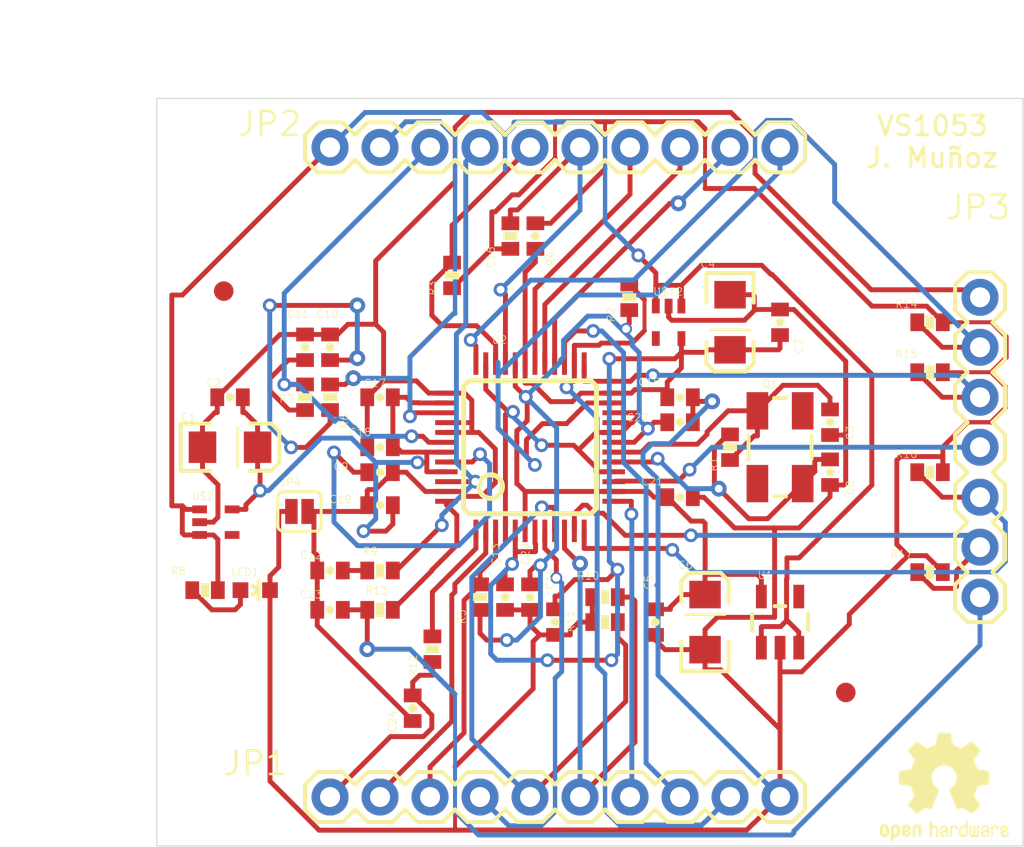
<source format=kicad_pcb>
(kicad_pcb (version 20171130) (host pcbnew 5.1.8-db9833491~87~ubuntu18.04.1)
  (title_block (title "Trabajo Final DCI  - VS1053") (date 2020-10-10) (rev 1.0) (company "Jorge Salvador Muñoz"))
  (layers (0 F.Cu signal) (31 B.Cu signal) (34 B.Paste user) (35 F.Paste user) (36 B.SilkS user hide) (37 F.SilkS user) (38 B.Mask user) (39 F.Mask user) (44 Edge.Cuts user))
  (net 0 "")
  (net 1 /AVDD)
  (net 2 /AGND)
  (net 3 /IOVDD)
  (net 4 GND)
  (net 5 /CVDD)
  (net 6 /LINEIN)
  (net 7 /MICP)
  (net 8 /RX)
  (net 9 /TX)
  (net 10 /BSYNC)
  (net 11 /GPIO3)
  (net 12 /GPIO2)
  (net 13 /DREQ)
  (net 14 /RESET)
  (net 15 /MICN)
  (net 16 /CS)
  (net 17 /SCLK)
  (net 18 /SI)
  (net 19 /SO)
  (net 20 /GPIO0)
  (net 21 /GPIO1)
  (net 22 /LEFT)
  (net 23 /GBUF)
  (net 24 /RIGHT)
  (net 25 /VCC)
  (net 26 /GPIO6)
  (net 27 /GPIO7)
  (net 28 /VCO)
  (net 29 /GPIO5)
  (net 30 /GPIO4)
  (net 31 "Net-(LED1-PadA)")
  (net 32 "Net-(U1-Pad4)")
  (net 33 /PWR_FLAG)
  (net 34 "Net-(C3-Pad1)")
  (net 35 "Net-(C8-Pad1)")
  (net 36 "Net-(C9-Pad1)")
  (net 37 "Net-(C10-Pad1)")
  (net 38 "Net-(C11-Pad1)")
  (net 39 "Net-(C12-Pad1)")
  (net 40 "Net-(R12-Pad1)")
  (net 41 "Net-(R13-Pad1)")
  (net 42 "Net-(U$2-Pad4)")
  (net 43 "Net-(U$12-Pad4)")
  (module Symbol:OSHW-Logo2_7.3x6mm_SilkScreen (layer F.Cu) (at 167 121)
    (fp_text reference REF** hide)
    (fp_text value OSHW-Logo2_7.3x6mm_SilkScreen hide)
  )
  (module SparkFun_MP3_Breakout-VS1063:FIDUCIAL-1X2 (layer F.Cu) (at 130.4 95.8)
    (fp_text reference FIDUCIAL_2 hide)
    (fp_text value FIDUCIAL1X2 hide)
    (pad 1 smd roundrect (at 0 0) (size 1 1) (layers F.Cu F.Mask) (roundrect_rratio 0.5))
  )
  (module SparkFun_MP3_Breakout-VS1063:FIDUCIAL-1X2 (layer F.Cu) (at 162 116.2)
    (fp_text reference FIDUCIAL_1 hide)
    (fp_text value FIDUCIAL1X2 hide)
    (pad 1 smd roundrect (at 0 0) (size 1 1) (layers F.Cu F.Mask) (roundrect_rratio 0.5))
  )
  (module SparkFun_MP3_Breakout-VS1063:CRYSTAL-SMD-5X3 (layer F.Cu) (at 158.661 103.734 90)
    (fp_text reference Q1 (at 2.984 -0.911 180) (layer F.SilkS) (effects (font (size 0.38608 0.38608) (thickness 0.032512)) (justify left bottom)))
    (fp_text value 12.288MHz)
    (pad 2 smd rect (at 1.85 1.15 90) (size 1.9 1.1) (layers F.Cu F.Paste F.Mask))
    (pad 4 smd rect (at -1.85 -1.15 90) (size 1.9 1.1) (layers F.Cu F.Paste F.Mask))
    (pad 3 smd rect (at 1.85 -1.15 90) (size 1.9 1.1) (layers F.Cu F.Paste F.Mask) (net 34 "Net-(C3-Pad1)"))
    (pad 1 smd rect (at -1.85 1.15 90) (size 1.9 1.1) (layers F.Cu F.Paste F.Mask) (net 35 "Net-(C8-Pad1)"))
  )
  (module SparkFun_MP3_Breakout-VS1063:SC70 (layer F.Cu) (at 153 97.3836 180)
    (fp_text reference U$12 (at 0.8 1.7836) (layer F.SilkS) (effects (font (size 0.38608 0.38608) (thickness 0.032512)) (justify left top)))
    (fp_text value 1.8V)
    (pad 5 smd rect (at -0.65 -0.825 180) (size 0.4 0.75) (layers F.Cu F.Mask) (net 5 /CVDD))
    (pad 4 smd rect (at 0.65 -0.825 180) (size 0.4 0.75) (layers F.Cu F.Mask) (net 43 "Net-(U$12-Pad4)"))
    (pad 3 smd rect (at 0.65 0.825 180) (size 0.4 0.75) (layers F.Cu F.Mask) (net 25 /VCC))
    (pad 2 smd rect (at 0 0.825 180) (size 0.4 0.75) (layers F.Cu F.Mask) (net 4 GND))
    (pad 1 smd rect (at -0.65 0.825 180) (size 0.4 0.75) (layers F.Cu F.Mask) (net 25 /VCC))
  )
  (module SparkFun_MP3_Breakout-VS1063:SC70 (layer F.Cu) (at 130 107.544 270)
    (fp_text reference U$2 (at -1.544 1.25 180) (layer F.SilkS) (effects (font (size 0.38608 0.38608) (thickness 0.032512)) (justify left top)))
    (fp_text value 2.8V)
    (pad 5 smd rect (at -0.65 -0.825 270) (size 0.4 0.75) (layers F.Cu F.Mask) (net 1 /AVDD))
    (pad 4 smd rect (at 0.65 -0.825 270) (size 0.4 0.75) (layers F.Cu F.Mask) (net 42 "Net-(U$2-Pad4)"))
    (pad 3 smd rect (at 0.65 0.825 270) (size 0.4 0.75) (layers F.Cu F.Mask) (net 25 /VCC))
    (pad 2 smd rect (at 0 0.825 270) (size 0.4 0.75) (layers F.Cu F.Mask) (net 2 /AGND))
    (pad 1 smd rect (at -0.65 0.825 270) (size 0.4 0.75) (layers F.Cu F.Mask) (net 25 /VCC))
  )
  (module SparkFun_MP3_Breakout-VS1063:LQFP-48 (layer F.Cu) (at 145.961 103.734)
    (fp_text reference U2 (at -1.961 -5.234) (layer F.SilkS) (effects (font (size 0.38608 0.38608) (thickness 0.032512)) (justify left bottom)))
    (fp_text value VS1053)
    (pad 48 smd rect (at -4.25 2.75) (size 1.143 0.254) (layers F.Cu F.Paste F.Mask) (net 41 "Net-(R13-Pad1)"))
    (pad 47 smd rect (at -4.25 2.25) (size 1.143 0.254) (layers F.Cu F.Paste F.Mask) (net 2 /AGND))
    (pad 46 smd rect (at -4.25 1.75) (size 1.143 0.254) (layers F.Cu F.Paste F.Mask) (net 22 /LEFT))
    (pad 45 smd rect (at -4.25 1.25) (size 1.143 0.254) (layers F.Cu F.Paste F.Mask) (net 1 /AVDD))
    (pad 44 smd rect (at -4.25 0.75) (size 1.143 0.254) (layers F.Cu F.Paste F.Mask) (net 36 "Net-(C9-Pad1)"))
    (pad 43 smd rect (at -4.25 0.25) (size 1.143 0.254) (layers F.Cu F.Paste F.Mask) (net 1 /AVDD))
    (pad 42 smd rect (at -4.25 -0.25) (size 1.143 0.254) (layers F.Cu F.Paste F.Mask) (net 23 /GBUF))
    (pad 41 smd rect (at -4.25 -0.75) (size 1.143 0.254) (layers F.Cu F.Paste F.Mask) (net 2 /AGND))
    (pad 40 smd rect (at -4.25 -1.25) (size 1.143 0.254) (layers F.Cu F.Paste F.Mask) (net 2 /AGND))
    (pad 39 smd rect (at -4.25 -1.75) (size 1.143 0.254) (layers F.Cu F.Paste F.Mask) (net 24 /RIGHT))
    (pad 38 smd rect (at -4.25 -2.25) (size 1.143 0.254) (layers F.Cu F.Paste F.Mask) (net 1 /AVDD))
    (pad 37 smd rect (at -4.25 -2.75) (size 1.143 0.254) (layers F.Cu F.Paste F.Mask) (net 2 /AGND))
    (pad 36 smd rect (at -2.75 -4.25) (size 0.254 1.143) (layers F.Cu F.Paste F.Mask) (net 30 /GPIO4))
    (pad 35 smd rect (at -2.25 -4.25) (size 0.254 1.143) (layers F.Cu F.Paste F.Mask) (net 33 /PWR_FLAG))
    (pad 34 smd rect (at -1.75 -4.25) (size 0.254 1.143) (layers F.Cu F.Paste F.Mask) (net 21 /GPIO1))
    (pad 33 smd rect (at -1.25 -4.25) (size 0.254 1.143) (layers F.Cu F.Paste F.Mask) (net 20 /GPIO0))
    (pad 32 smd rect (at -0.75 -4.25) (size 0.254 1.143) (layers F.Cu F.Paste F.Mask) (net 3 /IOVDD))
    (pad 31 smd rect (at -0.25 -4.25) (size 0.254 1.143) (layers F.Cu F.Paste F.Mask) (net 5 /CVDD))
    (pad 30 smd rect (at 0.25 -4.25) (size 0.254 1.143) (layers F.Cu F.Paste F.Mask) (net 19 /SO))
    (pad 29 smd rect (at 0.75 -4.25) (size 0.254 1.143) (layers F.Cu F.Paste F.Mask) (net 18 /SI))
    (pad 28 smd rect (at 1.25 -4.25) (size 0.254 1.143) (layers F.Cu F.Paste F.Mask) (net 17 /SCLK))
    (pad 27 smd rect (at 1.75 -4.25) (size 0.254 1.143) (layers F.Cu F.Paste F.Mask) (net 9 /TX))
    (pad 26 smd rect (at 2.25 -4.25) (size 0.254 1.143) (layers F.Cu F.Paste F.Mask) (net 8 /RX))
    (pad 25 smd rect (at 2.75 -4.25) (size 0.254 1.143) (layers F.Cu F.Paste F.Mask) (net 29 /GPIO5))
    (pad 24 smd rect (at 4.25 -2.75) (size 1.143 0.254) (layers F.Cu F.Paste F.Mask) (net 5 /CVDD))
    (pad 23 smd rect (at 4.25 -2.25) (size 1.143 0.254) (layers F.Cu F.Paste F.Mask) (net 16 /CS))
    (pad 22 smd rect (at 4.25 -1.75) (size 1.143 0.254) (layers F.Cu F.Paste F.Mask) (net 33 /PWR_FLAG))
    (pad 21 smd rect (at 4.25 -1.25) (size 1.143 0.254) (layers F.Cu F.Paste F.Mask) (net 33 /PWR_FLAG))
    (pad 20 smd rect (at 4.25 -0.75) (size 1.143 0.254) (layers F.Cu F.Paste F.Mask) (net 33 /PWR_FLAG))
    (pad 19 smd rect (at 4.25 -0.25) (size 1.143 0.254) (layers F.Cu F.Paste F.Mask) (net 3 /IOVDD))
    (pad 18 smd rect (at 4.25 0.25) (size 1.143 0.254) (layers F.Cu F.Paste F.Mask) (net 34 "Net-(C3-Pad1)"))
    (pad 17 smd rect (at 4.25 0.75) (size 1.143 0.254) (layers F.Cu F.Paste F.Mask) (net 35 "Net-(C8-Pad1)"))
    (pad 16 smd rect (at 4.25 1.25) (size 1.143 0.254) (layers F.Cu F.Paste F.Mask) (net 33 /PWR_FLAG))
    (pad 15 smd rect (at 4.25 1.75) (size 1.143 0.254) (layers F.Cu F.Paste F.Mask) (net 28 /VCO))
    (pad 14 smd rect (at 4.25 2.25) (size 1.143 0.254) (layers F.Cu F.Paste F.Mask) (net 3 /IOVDD))
    (pad 13 smd rect (at 4.25 2.75) (size 1.143 0.254) (layers F.Cu F.Paste F.Mask) (net 10 /BSYNC))
    (pad 12 smd rect (at 2.75 4.25) (size 0.254 1.143) (layers F.Cu F.Paste F.Mask) (net 27 /GPIO7))
    (pad 11 smd rect (at 2.25 4.25) (size 0.254 1.143) (layers F.Cu F.Paste F.Mask) (net 26 /GPIO6))
    (pad 10 smd rect (at 1.75 4.25) (size 0.254 1.143) (layers F.Cu F.Paste F.Mask) (net 11 /GPIO3))
    (pad 9 smd rect (at 1.25 4.25) (size 0.254 1.143) (layers F.Cu F.Paste F.Mask) (net 12 /GPIO2))
    (pad 8 smd rect (at 0.75 4.25) (size 0.254 1.143) (layers F.Cu F.Paste F.Mask) (net 13 /DREQ))
    (pad 7 smd rect (at 0.25 4.25) (size 0.254 1.143) (layers F.Cu F.Paste F.Mask) (net 5 /CVDD))
    (pad 6 smd rect (at -0.25 4.25) (size 0.254 1.143) (layers F.Cu F.Paste F.Mask) (net 3 /IOVDD))
    (pad 5 smd rect (at -0.75 4.25) (size 0.254 1.143) (layers F.Cu F.Paste F.Mask) (net 5 /CVDD))
    (pad 4 smd rect (at -1.25 4.25) (size 0.254 1.143) (layers F.Cu F.Paste F.Mask) (net 33 /PWR_FLAG))
    (pad 3 smd rect (at -1.75 4.25) (size 0.254 1.143) (layers F.Cu F.Paste F.Mask) (net 14 /RESET))
    (pad 2 smd rect (at -2.25 4.25) (size 0.254 1.143) (layers F.Cu F.Paste F.Mask) (net 15 /MICN))
    (pad 1 smd rect (at -2.75 4.25) (size 0.254 1.143) (layers F.Cu F.Paste F.Mask) (net 40 "Net-(R12-Pad1)"))
  )
  (module SparkFun_MP3_Breakout-VS1063:SOT23-5 (layer F.Cu) (at 158.661 112.624)
    (fp_text reference U1 (at -1.161 -2.159) (layer F.SilkS) (effects (font (size 0.38608 0.38608) (thickness 0.032512)) (justify left bottom)))
    (fp_text value 3.3V)
    (pad 5 smd rect (at -0.95 -1.3001) (size 0.55 1.2) (layers F.Cu F.Paste F.Mask) (net 3 /IOVDD))
    (pad 4 smd rect (at 0.95 -1.3001) (size 0.55 1.2) (layers F.Cu F.Paste F.Mask) (net 32 "Net-(U1-Pad4)"))
    (pad 3 smd rect (at 0.95 1.3001) (size 0.55 1.2) (layers F.Cu F.Paste F.Mask) (net 25 /VCC))
    (pad 2 smd rect (at 0 1.3001) (size 0.55 1.2) (layers F.Cu F.Paste F.Mask) (net 4 GND))
    (pad 1 smd rect (at -0.95 1.3001) (size 0.55 1.2) (layers F.Cu F.Paste F.Mask) (net 25 /VCC))
  )
  (module SparkFun_MP3_Breakout-VS1063:0402-RES (layer F.Cu) (at 166.281 110.084)
    (fp_text reference R17 (at -2.031 -0.6985) (layer F.SilkS) (effects (font (size 0.38608 0.38608) (thickness 0.032512)) (justify left bottom)))
    (fp_text value 100k)
    (pad 2 smd rect (at 0.65 0) (size 0.7 0.9) (layers F.Cu F.Paste F.Mask) (net 4 GND))
    (pad 1 smd rect (at -0.65 0) (size 0.7 0.9) (layers F.Cu F.Paste F.Mask) (net 26 /GPIO6))
  )
  (module SparkFun_MP3_Breakout-VS1063:0402-RES (layer F.Cu) (at 166.281 105.004)
    (fp_text reference R16 (at -1.781 -0.6985) (layer F.SilkS) (effects (font (size 0.38608 0.38608) (thickness 0.032512)) (justify left bottom)))
    (fp_text value 100k)
    (pad 2 smd rect (at 0.65 0) (size 0.7 0.9) (layers F.Cu F.Paste F.Mask) (net 4 GND))
    (pad 1 smd rect (at -0.65 0) (size 0.7 0.9) (layers F.Cu F.Paste F.Mask) (net 27 /GPIO7))
  )
  (module SparkFun_MP3_Breakout-VS1063:0402-RES (layer F.Cu) (at 166.281 99.9236)
    (fp_text reference R15 (at -1.781 -0.6985) (layer F.SilkS) (effects (font (size 0.38608 0.38608) (thickness 0.032512)) (justify left bottom)))
    (fp_text value 100k)
    (pad 2 smd rect (at 0.65 0) (size 0.7 0.9) (layers F.Cu F.Paste F.Mask) (net 4 GND))
    (pad 1 smd rect (at -0.65 0) (size 0.7 0.9) (layers F.Cu F.Paste F.Mask) (net 29 /GPIO5))
  )
  (module SparkFun_MP3_Breakout-VS1063:0402-RES (layer F.Cu) (at 166.281 97.3836)
    (fp_text reference R14 (at -1.781 -0.6985) (layer F.SilkS) (effects (font (size 0.38608 0.38608) (thickness 0.032512)) (justify left bottom)))
    (fp_text value 100k)
    (pad 2 smd rect (at 0.65 0) (size 0.7 0.9) (layers F.Cu F.Paste F.Mask) (net 4 GND))
    (pad 1 smd rect (at -0.65 0) (size 0.7 0.9) (layers F.Cu F.Paste F.Mask) (net 30 /GPIO4))
  )
  (module SparkFun_MP3_Breakout-VS1063:0402-RES (layer F.Cu) (at 138.341 112 180)
    (fp_text reference R13 (at -0.409 0.75) (layer F.SilkS) (effects (font (size 0.38608 0.38608) (thickness 0.032512)) (justify right bottom)))
    (fp_text value 470)
    (pad 1 smd rect (at -0.65 0 180) (size 0.7 0.9) (layers F.Cu F.Paste F.Mask) (net 41 "Net-(R13-Pad1)"))
    (pad 2 smd rect (at 0.65 0 180) (size 0.7 0.9) (layers F.Cu F.Paste F.Mask) (net 6 /LINEIN))
  )
  (module SparkFun_MP3_Breakout-VS1063:0402-RES (layer F.Cu) (at 141 114 270)
    (fp_text reference R12 (at 0.25 0.75 90) (layer F.SilkS) (effects (font (size 0.38608 0.38608) (thickness 0.032512)) (justify right bottom)))
    (fp_text value 470)
    (pad 1 smd rect (at -0.65 0 270) (size 0.7 0.9) (layers F.Cu F.Paste F.Mask) (net 40 "Net-(R12-Pad1)"))
    (pad 2 smd rect (at 0.65 0 270) (size 0.7 0.9) (layers F.Cu F.Paste F.Mask) (net 7 /MICP))
  )
  (module SparkFun_MP3_Breakout-VS1063:0402-RES (layer F.Cu) (at 149.771 112.624 180)
    (fp_text reference R11 (at 1.521 0.624 90) (layer F.SilkS) (effects (font (size 0.38608 0.38608) (thickness 0.032512)) (justify right bottom)))
    (fp_text value 100k)
    (pad 2 smd rect (at 0.65 0 180) (size 0.7 0.9) (layers F.Cu F.Paste F.Mask) (net 4 GND))
    (pad 1 smd rect (at -0.65 0 180) (size 0.7 0.9) (layers F.Cu F.Paste F.Mask) (net 12 /GPIO2))
  )
  (module SparkFun_MP3_Breakout-VS1063:0402-RES (layer F.Cu) (at 149.771 111.354 180)
    (fp_text reference R10 (at 0.271 0.854) (layer F.SilkS) (effects (font (size 0.38608 0.38608) (thickness 0.032512)) (justify right bottom)))
    (fp_text value 100k)
    (pad 2 smd rect (at 0.65 0 180) (size 0.7 0.9) (layers F.Cu F.Paste F.Mask) (net 4 GND))
    (pad 1 smd rect (at -0.65 0 180) (size 0.7 0.9) (layers F.Cu F.Paste F.Mask) (net 11 /GPIO3))
  )
  (module SparkFun_MP3_Breakout-VS1063:0402-RES (layer F.Cu) (at 138.341 110 180)
    (fp_text reference R9 (at 0.091 0.75) (layer F.SilkS) (effects (font (size 0.38608 0.38608) (thickness 0.032512)) (justify right bottom)))
    (fp_text value 20)
    (pad 2 smd rect (at 0.65 0 180) (size 0.7 0.9) (layers F.Cu F.Paste F.Mask) (net 39 "Net-(C12-Pad1)"))
    (pad 1 smd rect (at -0.65 0 180) (size 0.7 0.9) (layers F.Cu F.Paste F.Mask) (net 22 /LEFT))
  )
  (module SparkFun_MP3_Breakout-VS1063:0402-RES (layer F.Cu) (at 129.451 111 180)
    (fp_text reference R8 (at 0.951 0.75) (layer F.SilkS) (effects (font (size 0.38608 0.38608) (thickness 0.032512)) (justify right bottom)))
    (fp_text value 330)
    (pad 2 smd rect (at 0.65 0 180) (size 0.7 0.9) (layers F.Cu F.Paste F.Mask) (net 31 "Net-(LED1-PadA)"))
    (pad 1 smd rect (at -0.65 0 180) (size 0.7 0.9) (layers F.Cu F.Paste F.Mask) (net 25 /VCC))
  )
  (module SparkFun_MP3_Breakout-VS1063:0402-RES (layer F.Cu) (at 134.531 101.194 270)
    (fp_text reference R7 (at 0.306 0.531 180) (layer F.SilkS) (effects (font (size 0.38608 0.38608) (thickness 0.032512)) (justify right bottom)))
    (fp_text value 10)
    (pad 2 smd rect (at 0.65 0 270) (size 0.7 0.9) (layers F.Cu F.Paste F.Mask) (net 38 "Net-(C11-Pad1)"))
    (pad 1 smd rect (at -0.65 0 270) (size 0.7 0.9) (layers F.Cu F.Paste F.Mask) (net 23 /GBUF))
  )
  (module SparkFun_MP3_Breakout-VS1063:0402-RES (layer F.Cu) (at 135.801 101.194 270)
    (fp_text reference R6 (at 0.806 -0.949 270) (layer F.SilkS) (effects (font (size 0.38608 0.38608) (thickness 0.032512)) (justify right bottom)))
    (fp_text value 20)
    (pad 2 smd rect (at 0.65 0 270) (size 0.7 0.9) (layers F.Cu F.Paste F.Mask) (net 37 "Net-(C10-Pad1)"))
    (pad 1 smd rect (at -0.65 0 270) (size 0.7 0.9) (layers F.Cu F.Paste F.Mask) (net 24 /RIGHT))
  )
  (module SparkFun_MP3_Breakout-VS1063:0402-RES (layer F.Cu) (at 143.421 111.354 90)
    (fp_text reference R5 (at -1.396 -0.6985 90) (layer F.SilkS) (effects (font (size 0.38608 0.38608) (thickness 0.032512)) (justify left bottom)))
    (fp_text value 100k)
    (pad 2 smd rect (at 0.65 0 90) (size 0.7 0.9) (layers F.Cu F.Paste F.Mask) (net 14 /RESET))
    (pad 1 smd rect (at -0.65 0 90) (size 0.7 0.9) (layers F.Cu F.Paste F.Mask) (net 3 /IOVDD))
  )
  (module SparkFun_MP3_Breakout-VS1063:0402-RES (layer F.Cu) (at 144.961 93 270)
    (fp_text reference R4 (at 0.75 -2.289 270) (layer F.SilkS) (effects (font (size 0.38608 0.38608) (thickness 0.032512)) (justify right bottom)))
    (fp_text value 100k)
    (pad 2 smd rect (at 0.65 0 270) (size 0.7 0.9) (layers F.Cu F.Paste F.Mask) (net 4 GND))
    (pad 1 smd rect (at -0.65 0 270) (size 0.7 0.9) (layers F.Cu F.Paste F.Mask) (net 20 /GPIO0))
  )
  (module SparkFun_MP3_Breakout-VS1063:0402-RES (layer F.Cu) (at 142 95 270)
    (fp_text reference R3 (at 0.25 0.75 90) (layer F.SilkS) (effects (font (size 0.38608 0.38608) (thickness 0.032512)) (justify right bottom)))
    (fp_text value 100k)
    (pad 2 smd rect (at 0.65 0 270) (size 0.7 0.9) (layers F.Cu F.Paste F.Mask) (net 4 GND))
    (pad 1 smd rect (at -0.65 0 270) (size 0.7 0.9) (layers F.Cu F.Paste F.Mask) (net 21 /GPIO1))
  )
  (module SparkFun_MP3_Breakout-VS1063:0402-RES (layer F.Cu) (at 151 96.1136 90)
    (fp_text reference R2 (at -1.2864 -0.6985 90) (layer F.SilkS) (effects (font (size 0.38608 0.38608) (thickness 0.032512)) (justify left bottom)))
    (fp_text value 100k)
    (pad 2 smd rect (at 0.65 0 90) (size 0.7 0.9) (layers F.Cu F.Paste F.Mask) (net 8 /RX))
    (pad 1 smd rect (at -0.65 0 90) (size 0.7 0.9) (layers F.Cu F.Paste F.Mask) (net 3 /IOVDD))
  )
  (module SparkFun_MP3_Breakout-VS1063:0402-RES (layer F.Cu) (at 156.121 103.734 90)
    (fp_text reference R1 (at -1.266 -0.621 90) (layer F.SilkS) (effects (font (size 0.38608 0.38608) (thickness 0.032512)) (justify left bottom)))
    (fp_text value 1M)
    (pad 2 smd rect (at 0.65 0 90) (size 0.7 0.9) (layers F.Cu F.Paste F.Mask) (net 35 "Net-(C8-Pad1)"))
    (pad 1 smd rect (at -0.65 0 90) (size 0.7 0.9) (layers F.Cu F.Paste F.Mask) (net 34 "Net-(C3-Pad1)"))
  )
  (module SparkFun_MP3_Breakout-VS1063:LED-0603 (layer F.Cu) (at 132 111 270)
    (fp_text reference LED1 (at -0.6985 1.25) (layer F.SilkS) (effects (font (size 0.38608 0.38608) (thickness 0.032512)) (justify left bottom)))
    (fp_text value Power)
    (pad A smd rect (at 0 0.75 270) (size 0.8 0.8) (layers F.Cu F.Paste F.Mask) (net 31 "Net-(LED1-PadA)"))
    (pad C smd rect (at 0 -0.75 270) (size 0.8 0.8) (layers F.Cu F.Paste F.Mask) (net 4 GND))
  )
  (module SparkFun_MP3_Breakout-VS1063:SJ_2S (layer F.Cu) (at 134.25 107)
    (fp_text reference JP4 (at -1 -1.25) (layer F.SilkS) (effects (font (size 0.38608 0.38608) (thickness 0.032512)) (justify left bottom)))
    (fp_text value JUMPER)
    (pad 2 smd rect (at 0.4119 0) (size 0.635 1.27) (layers F.Cu F.Paste F.Mask) (net 2 /AGND))
    (pad 1 smd rect (at -0.4119 0) (size 0.635 1.27) (layers F.Cu F.Paste F.Mask) (net 4 GND))
  )
  (module SparkFun_MP3_Breakout-VS1063:1X07 (layer F.Cu) (at 168.821 111.354 90)
    (fp_text reference JP3 (at 19.104 -1.821 180) (layer F.SilkS) (effects (font (size 1.2065 1.2065) (thickness 0.127)) (justify left bottom)))
    (fp_text value M07)
    (pad 7 thru_hole circle (at 15.24 0 180) (size 1.8796 1.8796) (drill 1.016) (layers *.Cu *.Mask) (net 2 /AGND) (clearance 0.1))
    (pad 6 thru_hole circle (at 12.7 0 180) (size 1.8796 1.8796) (drill 1.016) (layers *.Cu *.Mask) (net 30 /GPIO4) (clearance 0.1))
    (pad 5 thru_hole circle (at 10.16 0 180) (size 1.8796 1.8796) (drill 1.016) (layers *.Cu *.Mask) (net 29 /GPIO5) (clearance 0.1))
    (pad 4 thru_hole circle (at 7.62 0 180) (size 1.8796 1.8796) (drill 1.016) (layers *.Cu *.Mask) (net 28 /VCO) (clearance 0.1))
    (pad 3 thru_hole circle (at 5.08 0 180) (size 1.8796 1.8796) (drill 1.016) (layers *.Cu *.Mask) (net 27 /GPIO7))
    (pad 2 thru_hole circle (at 2.54 0 180) (size 1.8796 1.8796) (drill 1.016) (layers *.Cu *.Mask) (net 26 /GPIO6) (clearance 0.1))
    (pad 1 thru_hole circle (at 0 0 180) (size 1.8796 1.8796) (drill 1.016) (layers *.Cu *.Mask) (net 6 /LINEIN) (clearance 0.1))
  )
  (module SparkFun_MP3_Breakout-VS1063:1X10 (layer F.Cu) (at 135.801 88.4936)
    (fp_text reference JP2 (at -4.801 -0.4936) (layer F.SilkS) (effects (font (size 1.2065 1.2065) (thickness 0.127)) (justify left bottom)))
    (fp_text value M10")
    (pad 10 thru_hole circle (at 22.86 0 90) (size 1.8796 1.8796) (drill 1.016) (layers *.Cu *.Mask) (net 16 /CS) (clearance 0.1))
    (pad 9 thru_hole circle (at 20.32 0 90) (size 1.8796 1.8796) (drill 1.016) (layers *.Cu *.Mask) (net 17 /SCLK) (clearance 0.1))
    (pad 8 thru_hole circle (at 17.78 0 90) (size 1.8796 1.8796) (drill 1.016) (layers *.Cu *.Mask) (net 18 /SI) (clearance 0.1))
    (pad 7 thru_hole circle (at 15.24 0 90) (size 1.8796 1.8796) (drill 1.016) (layers *.Cu *.Mask) (net 19 /SO))
    (pad 6 thru_hole circle (at 12.7 0 90) (size 1.8796 1.8796) (drill 1.016) (layers *.Cu *.Mask) (net 20 /GPIO0) (clearance 0.1))
    (pad 5 thru_hole circle (at 10.16 0 90) (size 1.8796 1.8796) (drill 1.016) (layers *.Cu *.Mask) (net 21 /GPIO1) (clearance 0.1))
    (pad 4 thru_hole circle (at 7.62 0 90) (size 1.8796 1.8796) (drill 1.016) (layers *.Cu *.Mask) (net 22 /LEFT) (clearance 0.1))
    (pad 3 thru_hole circle (at 5.08 0 90) (size 1.8796 1.8796) (drill 1.016) (layers *.Cu *.Mask) (net 23 /GBUF) (clearance 0.1))
    (pad 2 thru_hole circle (at 2.54 0 90) (size 1.8796 1.8796) (drill 1.016) (layers *.Cu *.Mask) (net 24 /RIGHT) (clearance 0.1))
    (pad 1 thru_hole circle (at 0 0 90) (size 1.8796 1.8796) (drill 1.016) (layers *.Cu *.Mask) (net 25 /VCC))
  )
  (module SparkFun_MP3_Breakout-VS1063:1X10 (layer F.Cu) (at 158.661 121.514 180)
    (fp_text reference JP1 (at 24.911 1.014) (layer F.SilkS) (effects (font (size 1.2065 1.2065) (thickness 0.127)) (justify right bottom)))
    (fp_text value M10")
    (pad 10 thru_hole circle (at 22.86 0 270) (size 1.8796 1.8796) (drill 1.016) (layers *.Cu *.Mask) (net 7 /MICP))
    (pad 9 thru_hole circle (at 20.32 0 270) (size 1.8796 1.8796) (drill 1.016) (layers *.Cu *.Mask) (net 15 /MICN) (clearance 0.2))
    (pad 8 thru_hole circle (at 17.78 0 270) (size 1.8796 1.8796) (drill 1.016) (layers *.Cu *.Mask) (net 14 /RESET) (clearance 0.1))
    (pad 7 thru_hole circle (at 15.24 0 270) (size 1.8796 1.8796) (drill 1.016) (layers *.Cu *.Mask) (net 13 /DREQ) (clearance 0.1))
    (pad 6 thru_hole circle (at 12.7 0 270) (size 1.8796 1.8796) (drill 1.016) (layers *.Cu *.Mask) (net 12 /GPIO2) (clearance 0.1))
    (pad 5 thru_hole circle (at 10.16 0 270) (size 1.8796 1.8796) (drill 1.016) (layers *.Cu *.Mask) (net 11 /GPIO3) (clearance 0.1))
    (pad 4 thru_hole circle (at 7.62 0 270) (size 1.8796 1.8796) (drill 1.016) (layers *.Cu *.Mask) (net 10 /BSYNC) (clearance 0.1))
    (pad 3 thru_hole circle (at 5.08 0 270) (size 1.8796 1.8796) (drill 1.016) (layers *.Cu *.Mask) (net 9 /TX))
    (pad 2 thru_hole circle (at 2.54 0 270) (size 1.8796 1.8796) (drill 1.016) (layers *.Cu *.Mask) (net 8 /RX))
    (pad 1 thru_hole circle (at 0 0 270) (size 1.8796 1.8796) (drill 1.016) (layers *.Cu *.Mask) (net 4 GND))
  )
  (module SparkFun_MP3_Breakout-VS1063:0402-CAP (layer F.Cu) (at 140 117 270)
    (fp_text reference C24 (at 1.25 1.25 90) (layer F.SilkS) (effects (font (size 0.38608 0.38608) (thickness 0.032512)) (justify left top)))
    (fp_text value 10nF)
    (pad 1 smd rect (at -0.65 0 270) (size 0.7 0.9) (layers F.Cu F.Paste F.Mask) (net 7 /MICP))
    (pad 2 smd rect (at 0.65 0 270) (size 0.7 0.9) (layers F.Cu F.Paste F.Mask) (net 2 /AGND))
  )
  (module SparkFun_MP3_Breakout-VS1063:0402-CAP (layer F.Cu) (at 135.801 112 180)
    (fp_text reference C23 (at 1.551 1) (layer F.SilkS) (effects (font (size 0.38608 0.38608) (thickness 0.032512)) (justify left top)))
    (fp_text value 10nF)
    (pad 1 smd rect (at -0.65 0 180) (size 0.7 0.9) (layers F.Cu F.Paste F.Mask) (net 6 /LINEIN))
    (pad 2 smd rect (at 0.65 0 180) (size 0.7 0.9) (layers F.Cu F.Paste F.Mask) (net 2 /AGND))
  )
  (module SparkFun_MP3_Breakout-VS1063:0402-CAP (layer F.Cu) (at 153.581 102.464)
    (fp_text reference C22 (at -1.581 -0.464) (layer F.SilkS) (effects (font (size 0.38608 0.38608) (thickness 0.032512)) (justify right top)))
    (fp_text value 100nF)
    (pad 2 smd rect (at 0.65 0) (size 0.7 0.9) (layers F.Cu F.Paste F.Mask) (net 4 GND))
    (pad 1 smd rect (at -0.65 0) (size 0.7 0.9) (layers F.Cu F.Paste F.Mask) (net 3 /IOVDD))
  )
  (module SparkFun_MP3_Breakout-VS1063:0402-CAP (layer F.Cu) (at 153.581 106.274)
    (fp_text reference C21 (at -0.831 -1.024) (layer F.SilkS) (effects (font (size 0.38608 0.38608) (thickness 0.032512)) (justify right top)))
    (fp_text value 100nF)
    (pad 2 smd rect (at 0.65 0) (size 0.7 0.9) (layers F.Cu F.Paste F.Mask) (net 4 GND))
    (pad 1 smd rect (at -0.65 0) (size 0.7 0.9) (layers F.Cu F.Paste F.Mask) (net 3 /IOVDD))
  )
  (module SparkFun_MP3_Breakout-VS1063:0402-CAP (layer F.Cu) (at 145.961 111.354 270)
    (fp_text reference C20 (at -1.604 0.461 90) (layer F.SilkS) (effects (font (size 0.38608 0.38608) (thickness 0.032512)) (justify left top)))
    (fp_text value 100nF)
    (pad 2 smd rect (at 0.65 0 270) (size 0.7 0.9) (layers F.Cu F.Paste F.Mask) (net 4 GND))
    (pad 1 smd rect (at -0.65 0 270) (size 0.7 0.9) (layers F.Cu F.Paste F.Mask) (net 3 /IOVDD))
  )
  (module SparkFun_MP3_Breakout-VS1063:0402-CAP (layer F.Cu) (at 138.341 106.68 180)
    (fp_text reference C19 (at 2.591 0.524) (layer F.SilkS) (effects (font (size 0.38608 0.38608) (thickness 0.032512)) (justify left top)))
    (fp_text value 100nF)
    (pad 2 smd rect (at 0.65 0 180) (size 0.7 0.9) (layers F.Cu F.Paste F.Mask) (net 2 /AGND))
    (pad 1 smd rect (at -0.65 0 180) (size 0.7 0.9) (layers F.Cu F.Paste F.Mask) (net 1 /AVDD))
  )
  (module SparkFun_MP3_Breakout-VS1063:0402-CAP (layer F.Cu) (at 138.341 103.734 180)
    (fp_text reference C18 (at 1.591 0.984) (layer F.SilkS) (effects (font (size 0.38608 0.38608) (thickness 0.032512)) (justify left top)))
    (fp_text value 100nF)
    (pad 2 smd rect (at 0.65 0 180) (size 0.7 0.9) (layers F.Cu F.Paste F.Mask) (net 2 /AGND))
    (pad 1 smd rect (at -0.65 0 180) (size 0.7 0.9) (layers F.Cu F.Paste F.Mask) (net 1 /AVDD))
  )
  (module SparkFun_MP3_Breakout-VS1063:0402-CAP (layer F.Cu) (at 138.341 101.194 180)
    (fp_text reference C17 (at 0.841 0.944) (layer F.SilkS) (effects (font (size 0.38608 0.38608) (thickness 0.032512)) (justify left top)))
    (fp_text value 100nF)
    (pad 2 smd rect (at 0.65 0 180) (size 0.7 0.9) (layers F.Cu F.Paste F.Mask) (net 2 /AGND))
    (pad 1 smd rect (at -0.65 0 180) (size 0.7 0.9) (layers F.Cu F.Paste F.Mask) (net 1 /AVDD))
  )
  (module SparkFun_MP3_Breakout-VS1063:0402-CAP (layer F.Cu) (at 146.231 93 90)
    (fp_text reference C16 (at -0.5 -2.481 90) (layer F.SilkS) (effects (font (size 0.38608 0.38608) (thickness 0.032512)) (justify right top)))
    (fp_text value 100nF)
    (pad 2 smd rect (at 0.65 0 90) (size 0.7 0.9) (layers F.Cu F.Paste F.Mask) (net 4 GND))
    (pad 1 smd rect (at -0.65 0 90) (size 0.7 0.9) (layers F.Cu F.Paste F.Mask) (net 5 /CVDD))
  )
  (module SparkFun_MP3_Breakout-VS1063:0402-CAP (layer F.Cu) (at 153.581 101.194)
    (fp_text reference C15 (at -0.981 -0.994) (layer F.SilkS) (effects (font (size 0.38608 0.38608) (thickness 0.032512)) (justify right top)))
    (fp_text value 100nF)
    (pad 2 smd rect (at 0.65 0) (size 0.7 0.9) (layers F.Cu F.Paste F.Mask) (net 4 GND))
    (pad 1 smd rect (at -0.65 0) (size 0.7 0.9) (layers F.Cu F.Paste F.Mask) (net 5 /CVDD))
  )
  (module SparkFun_MP3_Breakout-VS1063:0402-CAP (layer F.Cu) (at 147.231 112.624 270)
    (fp_text reference C14 (at -1.624 0.481 90) (layer F.SilkS) (effects (font (size 0.38608 0.38608) (thickness 0.032512)) (justify left top)))
    (fp_text value 100nF)
    (pad 2 smd rect (at 0.65 0 270) (size 0.7 0.9) (layers F.Cu F.Paste F.Mask) (net 4 GND))
    (pad 1 smd rect (at -0.65 0 270) (size 0.7 0.9) (layers F.Cu F.Paste F.Mask) (net 5 /CVDD))
  )
  (module SparkFun_MP3_Breakout-VS1063:0402-CAP (layer F.Cu) (at 144.691 111.354 270)
    (fp_text reference C13 (at -1.604 0.691 90) (layer F.SilkS) (effects (font (size 0.38608 0.38608) (thickness 0.032512)) (justify left top)))
    (fp_text value 100nF)
    (pad 2 smd rect (at 0.65 0 270) (size 0.7 0.9) (layers F.Cu F.Paste F.Mask) (net 4 GND))
    (pad 1 smd rect (at -0.65 0 270) (size 0.7 0.9) (layers F.Cu F.Paste F.Mask) (net 5 /CVDD))
  )
  (module SparkFun_MP3_Breakout-VS1063:0402-CAP (layer F.Cu) (at 135.801 110 180)
    (fp_text reference C12 (at 1.551 1) (layer F.SilkS) (effects (font (size 0.38608 0.38608) (thickness 0.032512)) (justify left top)))
    (fp_text value 10nF)
    (pad 1 smd rect (at -0.65 0 180) (size 0.7 0.9) (layers F.Cu F.Paste F.Mask) (net 39 "Net-(C12-Pad1)"))
    (pad 2 smd rect (at 0.65 0 180) (size 0.7 0.9) (layers F.Cu F.Paste F.Mask) (net 2 /AGND))
  )
  (module SparkFun_MP3_Breakout-VS1063:0402-CAP (layer F.Cu) (at 134.531 98.6536 90)
    (fp_text reference C11 (at 1.9036 0.219 180) (layer F.SilkS) (effects (font (size 0.38608 0.38608) (thickness 0.032512)) (justify right top)))
    (fp_text value 47nF)
    (pad 2 smd rect (at 0.65 0 90) (size 0.7 0.9) (layers F.Cu F.Paste F.Mask) (net 2 /AGND))
    (pad 1 smd rect (at -0.65 0 90) (size 0.7 0.9) (layers F.Cu F.Paste F.Mask) (net 38 "Net-(C11-Pad1)"))
  )
  (module SparkFun_MP3_Breakout-VS1063:0402-CAP (layer F.Cu) (at 135.801 98.6536 90)
    (fp_text reference C10 (at 1.9036 0.449 180) (layer F.SilkS) (effects (font (size 0.38608 0.38608) (thickness 0.032512)) (justify right top)))
    (fp_text value 10nF)
    (pad 2 smd rect (at 0.65 0 90) (size 0.7 0.9) (layers F.Cu F.Paste F.Mask) (net 2 /AGND))
    (pad 1 smd rect (at -0.65 0 90) (size 0.7 0.9) (layers F.Cu F.Paste F.Mask) (net 37 "Net-(C10-Pad1)"))
  )
  (module SparkFun_MP3_Breakout-VS1063:0402-CAP (layer F.Cu) (at 138.341 105.004)
    (fp_text reference C9 (at -1.591 -0.504) (layer F.SilkS) (effects (font (size 0.38608 0.38608) (thickness 0.032512)) (justify right top)))
    (fp_text value 0.1uF)
    (pad 2 smd rect (at 0.65 0) (size 0.7 0.9) (layers F.Cu F.Paste F.Mask) (net 2 /AGND))
    (pad 1 smd rect (at -0.65 0) (size 0.7 0.9) (layers F.Cu F.Paste F.Mask) (net 36 "Net-(C9-Pad1)"))
  )
  (module SparkFun_MP3_Breakout-VS1063:0402-CAP (layer F.Cu) (at 161.201 105.004 270)
    (fp_text reference C8 (at 1.196 -0.799 90) (layer F.SilkS) (effects (font (size 0.38608 0.38608) (thickness 0.032512)) (justify left top)))
    (fp_text value 18pF)
    (pad 2 smd rect (at 0.65 0 270) (size 0.7 0.9) (layers F.Cu F.Paste F.Mask) (net 4 GND))
    (pad 1 smd rect (at -0.65 0 270) (size 0.7 0.9) (layers F.Cu F.Paste F.Mask) (net 35 "Net-(C8-Pad1)"))
  )
  (module SparkFun_MP3_Breakout-VS1063:0402-CAP (layer F.Cu) (at 158.661 97.3836 90)
    (fp_text reference C7 (at -0.8164 0.739 90) (layer F.SilkS) (effects (font (size 0.38608 0.38608) (thickness 0.032512)) (justify right top)))
    (fp_text value 0.1uF)
    (pad 2 smd rect (at 0.65 0 90) (size 0.7 0.9) (layers F.Cu F.Paste F.Mask) (net 4 GND))
    (pad 1 smd rect (at -0.65 0 90) (size 0.7 0.9) (layers F.Cu F.Paste F.Mask) (net 5 /CVDD))
  )
  (module SparkFun_MP3_Breakout-VS1063:EIA3216 (layer F.Cu) (at 154.851 112.624 90)
    (fp_text reference C6 (at 3.124 -0.601 180) (layer F.SilkS) (effects (font (size 0.38608 0.38608) (thickness 0.032512)) (justify right top)))
    (fp_text value 10uF)
    (pad A smd rect (at 1.4 0 180) (size 1.6 1.4) (layers F.Cu F.Paste F.Mask) (net 3 /IOVDD))
    (pad C smd rect (at -1.4 0 180) (size 1.6 1.4) (layers F.Cu F.Paste F.Mask) (net 4 GND))
  )
  (module SparkFun_MP3_Breakout-VS1063:0402-CAP (layer F.Cu) (at 152.311 112.624 270)
    (fp_text reference C5 (at -1.624 0.561 90) (layer F.SilkS) (effects (font (size 0.38608 0.38608) (thickness 0.032512)) (justify left top)))
    (fp_text value 0.1uF)
    (pad 2 smd rect (at 0.65 0 270) (size 0.7 0.9) (layers F.Cu F.Paste F.Mask) (net 4 GND))
    (pad 1 smd rect (at -0.65 0 270) (size 0.7 0.9) (layers F.Cu F.Paste F.Mask) (net 3 /IOVDD))
  )
  (module SparkFun_MP3_Breakout-VS1063:EIA3216 (layer F.Cu) (at 156.121 97.3836 270)
    (fp_text reference C4 (at -3.1836 1.521 180) (layer F.SilkS) (effects (font (size 0.38608 0.38608) (thickness 0.032512)) (justify left top)))
    (fp_text value 10uF)
    (pad A smd rect (at 1.4 0) (size 1.6 1.4) (layers F.Cu F.Paste F.Mask) (net 5 /CVDD))
    (pad C smd rect (at -1.4 0) (size 1.6 1.4) (layers F.Cu F.Paste F.Mask) (net 4 GND))
  )
  (module SparkFun_MP3_Breakout-VS1063:0402-CAP (layer F.Cu) (at 161.201 102.464 270)
    (fp_text reference C3 (at 0.936 -0.799 90) (layer F.SilkS) (effects (font (size 0.38608 0.38608) (thickness 0.032512)) (justify left top)))
    (fp_text value 18pF)
    (pad 2 smd rect (at 0.65 0 270) (size 0.7 0.9) (layers F.Cu F.Paste F.Mask) (net 4 GND))
    (pad 1 smd rect (at -0.65 0 270) (size 0.7 0.9) (layers F.Cu F.Paste F.Mask) (net 34 "Net-(C3-Pad1)"))
  )
  (module SparkFun_MP3_Breakout-VS1063:0402-CAP (layer F.Cu) (at 130.721 101.194 180)
    (fp_text reference C2 (at 1.221 0.944) (layer F.SilkS) (effects (font (size 0.38608 0.38608) (thickness 0.032512)) (justify left top)))
    (fp_text value 0.1uF)
    (pad 2 smd rect (at 0.65 0 180) (size 0.7 0.9) (layers F.Cu F.Paste F.Mask) (net 2 /AGND))
    (pad 1 smd rect (at -0.65 0 180) (size 0.7 0.9) (layers F.Cu F.Paste F.Mask) (net 1 /AVDD))
  )
  (module SparkFun_MP3_Breakout-VS1063:EIA3216 (layer F.Cu) (at 130.721 103.734)
    (fp_text reference C1 (at -1.721 -1.734 180) (layer F.SilkS) (effects (font (size 0.38608 0.38608) (thickness 0.032512)) (justify right top)))
    (fp_text value 10uF)
    (pad A smd rect (at 1.4 0 90) (size 1.6 1.4) (layers F.Cu F.Paste F.Mask) (net 1 /AVDD))
    (pad C smd rect (at -1.4 0 90) (size 1.6 1.4) (layers F.Cu F.Paste F.Mask) (net 2 /AGND))
  )
  (gr_text "VS1053\nJ. Muñoz" (at 166.4 88.2) (layer F.SilkS) (effects (font (size 1 1))))
  (gr_line (start 127 124) (end 127 86) (layer Edge.Cuts) (width 0.05))
  (gr_line (start 171 124) (end 127 124) (layer Edge.Cuts) (width 0.05))
  (gr_line (start 171 86) (end 171 124) (layer Edge.Cuts) (width 0.05))
  (gr_line (start 127 86) (end 171 86) (layer Edge.Cuts) (width 0.05))
  (segment (start 132.246 105.939) (end 132.6804 105.939) (width 0.25) (layer B.Cu) (net 1))
  (segment (start 132.6804 105.939) (end 135.3492 103.2702) (width 0.25) (layer B.Cu) (net 1))
  (segment (start 135.3492 103.2702) (end 136.8832 103.2702) (width 0.25) (layer B.Cu) (net 1))
  (segment (start 136.8832 103.2702) (end 138.12 104.507) (width 0.25) (layer B.Cu) (net 1))
  (segment (start 132.121 103.734) (end 132.121 102.609) (width 0.25) (layer F.Cu) (net 1))
  (segment (start 132.121 102.609) (end 131.482 101.969) (width 0.25) (layer F.Cu) (net 1))
  (segment (start 131.482 101.969) (end 131.371 101.969) (width 0.25) (layer F.Cu) (net 1))
  (segment (start 131.371 101.969) (end 131.371 101.194) (width 0.25) (layer F.Cu) (net 1))
  (segment (start 138.12 104.507) (end 140.24 104.507) (width 0.25) (layer B.Cu) (net 1))
  (segment (start 138.991 103.54) (end 138.991 101.194) (width 0.25) (layer F.Cu) (net 1))
  (segment (start 138.991 103.734) (end 138.991 103.54) (width 0.25) (layer F.Cu) (net 1))
  (segment (start 140.814 103.984) (end 141.711 103.984) (width 0.25) (layer F.Cu) (net 1))
  (segment (start 138.991 103.54) (end 139.435 103.984) (width 0.25) (layer F.Cu) (net 1))
  (segment (start 139.435 103.984) (end 140.814 103.984) (width 0.25) (layer F.Cu) (net 1))
  (segment (start 140.716 103.984) (end 140.716 104.507) (width 0.25) (layer F.Cu) (net 1))
  (via (at 140.24 104.507) (size 0.7) (drill 0.4) (layers F.Cu B.Cu) (net 1))
  (via (at 132.246 105.939) (size 0.7) (drill 0.4) (layers F.Cu B.Cu) (net 1))
  (segment (start 140.24 104.507) (end 140.716 104.507) (width 0.25) (layer F.Cu) (net 1))
  (segment (start 140.716 104.984) (end 140.716 104.507) (width 0.25) (layer F.Cu) (net 1))
  (segment (start 141.711 104.984) (end 140.716 104.984) (width 0.25) (layer F.Cu) (net 1))
  (segment (start 137.5 108) (end 138.12 107.38) (width 0.25) (layer B.Cu) (net 1))
  (segment (start 138.12 107.38) (end 138.12 104.507) (width 0.25) (layer B.Cu) (net 1))
  (via (at 137.5 108) (size 0.7) (drill 0.4) (layers F.Cu B.Cu) (net 1))
  (segment (start 137.5 108) (end 138.634 108) (width 0.25) (layer F.Cu) (net 1))
  (segment (start 138.991 107.643) (end 138.991 106.68) (width 0.25) (layer F.Cu) (net 1))
  (segment (start 138.634 108) (end 138.991 107.643) (width 0.25) (layer F.Cu) (net 1))
  (segment (start 132.121 103.734) (end 132.121 104.8593) (width 0.25) (layer F.Cu) (net 1))
  (segment (start 132.246 104.9843) (end 132.121 104.8593) (width 0.25) (layer F.Cu) (net 1))
  (segment (start 130.825 106.894) (end 131.5253 106.894) (width 0.25) (layer F.Cu) (net 1))
  (segment (start 131.5253 106.6597) (end 131.5253 106.894) (width 0.25) (layer F.Cu) (net 1))
  (segment (start 139.666 101.194) (end 138.991 101.194) (width 0.25) (layer F.Cu) (net 1))
  (segment (start 139.942999 101.470999) (end 139.666 101.194) (width 0.25) (layer F.Cu) (net 1))
  (segment (start 140.310999 101.470999) (end 139.942999 101.470999) (width 0.25) (layer F.Cu) (net 1))
  (segment (start 141.711 101.484) (end 140.324 101.484) (width 0.25) (layer F.Cu) (net 1))
  (segment (start 140.324 101.484) (end 140.310999 101.470999) (width 0.25) (layer F.Cu) (net 1))
  (segment (start 132.246 105.939) (end 131.5253 106.6597) (width 0.25) (layer F.Cu) (net 1))
  (segment (start 132.246 105.939) (end 132.246 104.9843) (width 0.25) (layer F.Cu) (net 1))
  (segment (start 135.151 110) (end 135.151 109.2247) (width 0.25) (layer F.Cu) (net 2))
  (segment (start 134.9833 107) (end 134.9833 109.057) (width 0.25) (layer F.Cu) (net 2))
  (segment (start 134.9833 109.057) (end 135.151 109.2247) (width 0.25) (layer F.Cu) (net 2))
  (segment (start 134.6619 107) (end 134.9833 107) (width 0.25) (layer F.Cu) (net 2))
  (segment (start 135.151 112) (end 135.151 110) (width 0.25) (layer F.Cu) (net 2))
  (segment (start 135.151 112) (end 135.151 112.801) (width 0.25) (layer F.Cu) (net 2))
  (segment (start 135.151 112.801) (end 140 117.65) (width 0.25) (layer F.Cu) (net 2))
  (segment (start 141.711 105.984) (end 140.646 105.984) (width 0.25) (layer F.Cu) (net 2))
  (segment (start 140.646 105.984) (end 139.7543 105.0923) (width 0.25) (layer F.Cu) (net 2))
  (segment (start 139.7543 105.0923) (end 139.666 105.004) (width 0.25) (layer F.Cu) (net 2))
  (segment (start 139.666 105.004) (end 138.991 105.004) (width 0.25) (layer F.Cu) (net 2))
  (segment (start 137.691 101.194) (end 137.691 103.734) (width 0.25) (layer F.Cu) (net 2))
  (segment (start 142.608 102.984) (end 141.711 102.984) (width 0.25) (layer F.Cu) (net 2))
  (segment (start 143.002 102.484) (end 143.002 102.984) (width 0.25) (layer F.Cu) (net 2))
  (segment (start 138.521 100.364) (end 137.691 101.194) (width 0.25) (layer F.Cu) (net 2))
  (segment (start 130.071 101.194) (end 133.261 98.0036) (width 0.25) (layer F.Cu) (net 2))
  (segment (start 133.261 98.0036) (end 134.531 98.0036) (width 0.25) (layer F.Cu) (net 2))
  (segment (start 141.711 105.984) (end 142.608 105.984) (width 0.25) (layer F.Cu) (net 2))
  (segment (start 142.608 105.984) (end 142.608 106.175) (width 0.25) (layer F.Cu) (net 2))
  (segment (start 142.608 106.175) (end 142.666 106.233) (width 0.25) (layer F.Cu) (net 2))
  (segment (start 142.666 106.233) (end 143.508 106.233) (width 0.25) (layer F.Cu) (net 2))
  (segment (start 143.508 106.233) (end 144.198 105.543) (width 0.25) (layer F.Cu) (net 2))
  (segment (start 144.198 105.543) (end 144.198 103.828) (width 0.25) (layer F.Cu) (net 2))
  (segment (start 144.198 103.828) (end 143.354 102.984) (width 0.25) (layer F.Cu) (net 2))
  (segment (start 143.354 102.984) (end 142.608 102.984) (width 0.25) (layer F.Cu) (net 2))
  (segment (start 141.711 100.984) (end 140.814 100.984) (width 0.25) (layer F.Cu) (net 2))
  (segment (start 140.814 100.984) (end 140.194 100.364) (width 0.25) (layer F.Cu) (net 2))
  (segment (start 140.194 100.364) (end 138.521 100.364) (width 0.25) (layer F.Cu) (net 2))
  (segment (start 141.711 102.484) (end 142.608 102.484) (width 0.25) (layer F.Cu) (net 2))
  (segment (start 134.531 98.0036) (end 135.801 98.0036) (width 0.25) (layer F.Cu) (net 2))
  (segment (start 129.321 103.734) (end 129.321 102.609) (width 0.25) (layer F.Cu) (net 2))
  (segment (start 129.321 102.609) (end 129.96 101.969) (width 0.25) (layer F.Cu) (net 2))
  (segment (start 129.96 101.969) (end 130.071 101.969) (width 0.25) (layer F.Cu) (net 2))
  (segment (start 130.071 101.969) (end 130.071 101.194) (width 0.25) (layer F.Cu) (net 2))
  (segment (start 135.801 98.0036) (end 136.189 98.0036) (width 0.25) (layer F.Cu) (net 2))
  (segment (start 136.189 98.0036) (end 136.71 97.4827) (width 0.25) (layer F.Cu) (net 2))
  (segment (start 136.71 97.4827) (end 138.119 97.4827) (width 0.25) (layer F.Cu) (net 2))
  (segment (start 138.119 97.4827) (end 138.521 97.8854) (width 0.25) (layer F.Cu) (net 2))
  (segment (start 138.521 97.8854) (end 138.521 100.364) (width 0.25) (layer F.Cu) (net 2))
  (segment (start 129.321 104.8593) (end 129.321 103.734) (width 0.25) (layer F.Cu) (net 2))
  (segment (start 130.104999 107.295001) (end 130.104999 105.643299) (width 0.25) (layer F.Cu) (net 2))
  (segment (start 129.8753 107.5247) (end 130.104999 107.295001) (width 0.25) (layer F.Cu) (net 2))
  (segment (start 130.104999 105.643299) (end 129.321 104.8593) (width 0.25) (layer F.Cu) (net 2))
  (segment (start 129.8753 107.544) (end 129.8753 107.5247) (width 0.25) (layer F.Cu) (net 2))
  (segment (start 129.175 107.544) (end 129.8753 107.544) (width 0.25) (layer F.Cu) (net 2))
  (segment (start 142.608 102.484) (end 143.002 102.484) (width 0.25) (layer F.Cu) (net 2))
  (segment (start 142.64 100.984) (end 143.002 101.346) (width 0.25) (layer F.Cu) (net 2))
  (segment (start 141.711 100.984) (end 142.64 100.984) (width 0.25) (layer F.Cu) (net 2))
  (segment (start 143.002 101.346) (end 143.002 102.484) (width 0.25) (layer F.Cu) (net 2))
  (segment (start 137.371 107) (end 137.691 106.68) (width 0.25) (layer F.Cu) (net 2))
  (segment (start 134.9833 107) (end 137.371 107) (width 0.25) (layer F.Cu) (net 2))
  (segment (start 137.691 106.68) (end 137.691 105.941) (width 0.25) (layer F.Cu) (net 2))
  (segment (start 137.691 105.941) (end 137.747001 105.884999) (width 0.25) (layer F.Cu) (net 2))
  (segment (start 138.110001 105.884999) (end 138.991 105.004) (width 0.25) (layer F.Cu) (net 2))
  (segment (start 137.747001 105.884999) (end 138.110001 105.884999) (width 0.25) (layer F.Cu) (net 2))
  (segment (start 157.391 87.9458) (end 157.391 89.0142) (width 0.2) (layer F.Cu) (net 2))
  (segment (start 157.391 89.827) (end 157.391 89.0142) (width 0.25) (layer F.Cu) (net 2))
  (segment (start 163.296506 95.732506) (end 157.391 89.827) (width 0.25) (layer F.Cu) (net 2))
  (segment (start 168.821 96.114) (end 168.439506 95.732506) (width 0.25) (layer F.Cu) (net 2))
  (segment (start 168.439506 95.732506) (end 163.296506 95.732506) (width 0.25) (layer F.Cu) (net 2))
  (segment (start 156.164 86.7184) (end 157.391 87.9458) (width 0.25) (layer F.Cu) (net 2))
  (segment (start 156.16359 86.71799) (end 156.164 86.7184) (width 0.25) (layer F.Cu) (net 2))
  (segment (start 145.274316 86.71799) (end 156.16359 86.71799) (width 0.25) (layer F.Cu) (net 2))
  (segment (start 138.119 94.2593) (end 142.151 90.2273) (width 0.25) (layer F.Cu) (net 2))
  (segment (start 138.119 97.4827) (end 138.119 94.2593) (width 0.25) (layer F.Cu) (net 2))
  (segment (start 142.151 87.465) (end 142.8976 86.7184) (width 0.25) (layer F.Cu) (net 2))
  (segment (start 142.8976 86.7184) (end 145.273906 86.7184) (width 0.25) (layer F.Cu) (net 2))
  (segment (start 142.151 90.2273) (end 142.151 87.465) (width 0.22) (layer F.Cu) (net 2))
  (segment (start 145.273906 86.7184) (end 145.274316 86.71799) (width 0.25) (layer F.Cu) (net 2))
  (segment (start 157.711 111.3239) (end 157.711 110.399) (width 0.25) (layer F.Cu) (net 3))
  (segment (start 157.711 110.399) (end 157.511 110.199) (width 0.25) (layer F.Cu) (net 3))
  (segment (start 157.511 110.199) (end 154.851 110.199) (width 0.25) (layer F.Cu) (net 3))
  (segment (start 157.711 111.324) (end 157.711 111.3239) (width 0.25) (layer F.Cu) (net 3))
  (segment (start 145.711 105.984) (end 145.711 107.984) (width 0.25) (layer F.Cu) (net 3))
  (segment (start 150.211 105.984) (end 145.711 105.984) (width 0.25) (layer F.Cu) (net 3))
  (segment (start 146.491 109.733) (end 147.311 108.913) (width 0.25) (layer B.Cu) (net 3))
  (segment (start 147.311 108.913) (end 147.311 102.742) (width 0.25) (layer B.Cu) (net 3))
  (segment (start 147.311 102.742) (end 145.742 101.173) (width 0.25) (layer B.Cu) (net 3))
  (segment (start 151.946 102.789) (end 151.251 103.484) (width 0.25) (layer F.Cu) (net 3))
  (segment (start 151.251 103.484) (end 150.211 103.484) (width 0.25) (layer F.Cu) (net 3))
  (segment (start 145.961 110.704) (end 145.961 110.029) (width 0.25) (layer F.Cu) (net 3))
  (segment (start 145.961 110.029) (end 146.257 109.733) (width 0.25) (layer F.Cu) (net 3))
  (segment (start 146.257 109.733) (end 146.491 109.733) (width 0.25) (layer F.Cu) (net 3))
  (segment (start 152.311 111.974) (end 153.086 111.974) (width 0.25) (layer F.Cu) (net 3))
  (segment (start 153.086 111.974) (end 153.086 111.864) (width 0.25) (layer F.Cu) (net 3))
  (segment (start 153.086 111.864) (end 153.726 111.224) (width 0.25) (layer F.Cu) (net 3))
  (segment (start 153.726 111.224) (end 154.851 111.224) (width 0.25) (layer F.Cu) (net 3))
  (segment (start 154.851 111.224) (end 154.851 110.199) (width 0.25) (layer F.Cu) (net 3))
  (segment (start 152.931 106.274) (end 152.256 106.274) (width 0.25) (layer F.Cu) (net 3))
  (segment (start 152.256 106.274) (end 151.966 105.984) (width 0.25) (layer F.Cu) (net 3))
  (segment (start 151.966 105.984) (end 150.211 105.984) (width 0.25) (layer F.Cu) (net 3))
  (segment (start 152.931 102.464) (end 152.256 102.464) (width 0.25) (layer F.Cu) (net 3))
  (segment (start 152.256 102.464) (end 152.256 102.479) (width 0.25) (layer F.Cu) (net 3))
  (segment (start 152.256 102.479) (end 151.946 102.789) (width 0.25) (layer F.Cu) (net 3))
  (segment (start 145.211 99.484) (end 145.211 100.642) (width 0.25) (layer F.Cu) (net 3))
  (segment (start 145.211 100.642) (end 145.742 101.173) (width 0.25) (layer F.Cu) (net 3))
  (segment (start 151.163 98.2887) (end 150.716 97.8416) (width 0.25) (layer B.Cu) (net 3))
  (segment (start 145.742 101.173) (end 147.516 99.3981) (width 0.25) (layer B.Cu) (net 3))
  (segment (start 147.516 99.3981) (end 147.516 99.3069) (width 0.25) (layer B.Cu) (net 3))
  (segment (start 147.516 99.3069) (end 147.663 99.1602) (width 0.25) (layer B.Cu) (net 3))
  (segment (start 147.663 99.1602) (end 147.663 98.301) (width 0.25) (layer B.Cu) (net 3))
  (segment (start 147.663 98.301) (end 148.893 97.0707) (width 0.25) (layer B.Cu) (net 3))
  (segment (start 148.893 97.0707) (end 149.945 97.0707) (width 0.25) (layer B.Cu) (net 3))
  (via (at 151.946 102.789) (size 0.7) (drill 0.4) (layers F.Cu B.Cu) (net 3))
  (via (at 146.491 109.733) (size 0.7) (drill 0.4) (layers F.Cu B.Cu) (net 3))
  (via (at 144.78 113.538) (size 0.7) (drill 0.4) (layers F.Cu B.Cu) (net 3))
  (via (at 145.742 101.173) (size 0.7) (drill 0.4) (layers F.Cu B.Cu) (net 3))
  (via (at 150.842 97.7152) (size 0.6) (drill 0.4) (layers F.Cu B.Cu) (net 3))
  (segment (start 149.945 97.0707) (end 150.716 97.8416) (width 0.25) (layer B.Cu) (net 3))
  (segment (start 154.857 107.607) (end 154.857 110.193) (width 0.25) (layer F.Cu) (net 3))
  (segment (start 154.857 110.193) (end 154.851 110.199) (width 0.25) (layer F.Cu) (net 3))
  (segment (start 154.739 107.489) (end 154.857 107.607) (width 0.25) (layer F.Cu) (net 3))
  (segment (start 152.931 106.274) (end 154.146 107.489) (width 0.25) (layer F.Cu) (net 3))
  (segment (start 154.146 107.489) (end 154.739 107.489) (width 0.25) (layer F.Cu) (net 3))
  (segment (start 150.842 97.7152) (end 150.716 97.8416) (width 0.25) (layer B.Cu) (net 3))
  (segment (start 150.842 97.7152) (end 150.842 97.597) (width 0.25) (layer F.Cu) (net 3))
  (segment (start 150.842 97.597) (end 151 97.4389) (width 0.25) (layer F.Cu) (net 3))
  (segment (start 151 97.4389) (end 151 96.7636) (width 0.25) (layer F.Cu) (net 3))
  (segment (start 146.491 111.161) (end 146.491 109.733) (width 0.25) (layer B.Cu) (net 3))
  (segment (start 146.491 112.335) (end 146.491 111.161) (width 0.25) (layer B.Cu) (net 3))
  (segment (start 144.78 113.538) (end 145.288 113.538) (width 0.25) (layer B.Cu) (net 3))
  (segment (start 145.288 113.538) (end 146.491 112.335) (width 0.25) (layer B.Cu) (net 3))
  (segment (start 143.764 113.538) (end 144.78 113.538) (width 0.25) (layer F.Cu) (net 3))
  (segment (start 143.421 112.004) (end 143.421 113.195) (width 0.25) (layer F.Cu) (net 3))
  (segment (start 143.421 113.195) (end 143.764 113.538) (width 0.25) (layer F.Cu) (net 3))
  (segment (start 145.817 102.389) (end 145.327 102.88) (width 0.25) (layer F.Cu) (net 3))
  (segment (start 145.742 101.173) (end 145.817 101.248) (width 0.25) (layer F.Cu) (net 3))
  (segment (start 145.817 101.248) (end 145.817 102.389) (width 0.25) (layer F.Cu) (net 3))
  (segment (start 145.288 102.88) (end 145.288 105.6) (width 0.25) (layer F.Cu) (net 3))
  (segment (start 145.327 105.6) (end 145.711 105.984) (width 0.25) (layer F.Cu) (net 3))
  (segment (start 151.163 98.2887) (end 151.163 98.585) (width 0.25) (layer B.Cu) (net 3))
  (segment (start 151.507999 102.350999) (end 151.946 102.789) (width 0.25) (layer B.Cu) (net 3))
  (segment (start 151.507999 98.929999) (end 151.507999 102.350999) (width 0.25) (layer B.Cu) (net 3))
  (segment (start 151.163 98.585) (end 151.507999 98.929999) (width 0.25) (layer B.Cu) (net 3))
  (segment (start 132.75 111) (end 132.75 110.2747) (width 0.25) (layer F.Cu) (net 4))
  (segment (start 133.8381 107) (end 133.1953 107) (width 0.25) (layer F.Cu) (net 4))
  (segment (start 133.1953 107) (end 133.1953 109.8294) (width 0.25) (layer F.Cu) (net 4))
  (segment (start 133.1953 109.8294) (end 132.75 110.2747) (width 0.25) (layer F.Cu) (net 4))
  (segment (start 158.661 113.9241) (end 158.661 113.924) (width 0.25) (layer F.Cu) (net 4))
  (segment (start 158.661 114.049) (end 158.661 113.9241) (width 0.25) (layer F.Cu) (net 4))
  (segment (start 158.661 114.309) (end 158.661 114.049) (width 0.25) (layer F.Cu) (net 4))
  (segment (start 145.961 112.004) (end 145.961 112.779) (width 0.25) (layer F.Cu) (net 4))
  (segment (start 145.961 112.779) (end 146.456 113.274) (width 0.25) (layer F.Cu) (net 4))
  (segment (start 144.691 112.004) (end 145.961 112.004) (width 0.25) (layer F.Cu) (net 4))
  (segment (start 166.931 99.9236) (end 169.4 99.9236) (width 0.2) (layer F.Cu) (net 4))
  (segment (start 158.661 118.069) (end 155.641 115.049) (width 0.25) (layer F.Cu) (net 4))
  (segment (start 155.641 115.049) (end 154.851 115.049) (width 0.25) (layer F.Cu) (net 4))
  (segment (start 154.851 115.049) (end 154.851 114.024) (width 0.25) (layer F.Cu) (net 4))
  (segment (start 158.661 121.514) (end 158.661 118.069) (width 0.25) (layer F.Cu) (net 4))
  (segment (start 154.231 101.403) (end 154.231 102.464) (width 0.25) (layer F.Cu) (net 4))
  (segment (start 154.231 101.194) (end 154.231 101.403) (width 0.25) (layer F.Cu) (net 4))
  (segment (start 155.213 101.403) (end 154.231 101.403) (width 0.25) (layer F.Cu) (net 4))
  (segment (start 147.231 113.274) (end 148.006 113.274) (width 0.25) (layer F.Cu) (net 4))
  (segment (start 148.006 113.274) (end 148.006 113.063) (width 0.25) (layer F.Cu) (net 4))
  (segment (start 148.006 113.063) (end 148.446 112.624) (width 0.25) (layer F.Cu) (net 4))
  (segment (start 148.446 112.624) (end 149.121 112.624) (width 0.25) (layer F.Cu) (net 4))
  (segment (start 147.231 113.274) (end 146.456 113.274) (width 0.25) (layer F.Cu) (net 4))
  (segment (start 154.851 114.024) (end 152.817 114.024) (width 0.25) (layer F.Cu) (net 4))
  (segment (start 152.817 114.024) (end 152.311 113.518) (width 0.25) (layer F.Cu) (net 4))
  (segment (start 152.311 113.518) (end 152.311 113.274) (width 0.25) (layer F.Cu) (net 4))
  (segment (start 149.121 111.354) (end 149.121 112.624) (width 0.25) (layer F.Cu) (net 4))
  (segment (start 156.121 95.9836) (end 157.279 95.9836) (width 0.25) (layer F.Cu) (net 4))
  (segment (start 157.279 95.9836) (end 157.354 96.0583) (width 0.25) (layer F.Cu) (net 4))
  (segment (start 169.4 99.9236) (end 170.149 99.1742) (width 0.25) (layer F.Cu) (net 4))
  (segment (start 170.149 99.1742) (end 170.149 98.1188) (width 0.25) (layer F.Cu) (net 4))
  (segment (start 170.149 98.1188) (end 169.414 97.3836) (width 0.25) (layer F.Cu) (net 4))
  (segment (start 169.414 97.3836) (end 166.931 97.3836) (width 0.2) (layer F.Cu) (net 4))
  (segment (start 149.771 87.188) (end 149.771 89.5853) (width 0.2) (layer F.Cu) (net 4))
  (segment (start 149.771 89.5853) (end 147.006 92.35) (width 0.25) (layer F.Cu) (net 4))
  (segment (start 147.006 92.35) (end 146.231 92.35) (width 0.25) (layer F.Cu) (net 4))
  (segment (start 147.231 87.188) (end 149.771 87.188) (width 0.25) (layer F.Cu) (net 4))
  (segment (start 147.231 87.188) (end 147.231 89.0169) (width 0.2) (layer F.Cu) (net 4))
  (segment (start 149.771 87.188) (end 154.067 87.188) (width 0.25) (layer F.Cu) (net 4))
  (segment (start 154.851 87.9717) (end 154.851 90.5841) (width 0.2) (layer F.Cu) (net 4))
  (segment (start 154.851 90.5841) (end 157.354 90.5841) (width 0.25) (layer F.Cu) (net 4))
  (segment (start 157.354 90.5841) (end 163.335 96.5644) (width 0.25) (layer F.Cu) (net 4))
  (segment (start 163.335 96.5644) (end 166.112 96.5644) (width 0.25) (layer F.Cu) (net 4))
  (segment (start 166.112 96.5644) (end 166.931 97.3836) (width 0.25) (layer F.Cu) (net 4))
  (segment (start 157.354 96.0583) (end 157.354 96.7808) (width 0.25) (layer F.Cu) (net 4))
  (segment (start 157.354 96.7808) (end 156.876 97.2589) (width 0.25) (layer F.Cu) (net 4))
  (via (at 155.213 101.403) (size 0.8) (layers F.Cu B.Cu) (net 4))
  (segment (start 132.75 111) (end 132.75 120.7056) (width 0.25) (layer F.Cu) (net 4))
  (segment (start 132.75 120.7056) (end 135.2444 123.2) (width 0.25) (layer F.Cu) (net 4))
  (segment (start 135.2444 123.2) (end 142.23 123.2) (width 0.25) (layer F.Cu) (net 4))
  (segment (start 157.331 122.831) (end 157.344 122.831) (width 0.25) (layer F.Cu) (net 4))
  (segment (start 156.972 123.19) (end 157.331 122.831) (width 0.25) (layer F.Cu) (net 4))
  (segment (start 142.23 123.2) (end 142.916 123.2) (width 0.25) (layer F.Cu) (net 4))
  (segment (start 157.344 122.831) (end 158.661 121.514) (width 0.25) (layer F.Cu) (net 4))
  (segment (start 142.926 123.19) (end 156.972 123.19) (width 0.25) (layer F.Cu) (net 4))
  (segment (start 142.916 123.2) (end 142.926 123.19) (width 0.25) (layer F.Cu) (net 4))
  (segment (start 142.018 95.65) (end 144.018 93.65) (width 0.25) (layer F.Cu) (net 4))
  (segment (start 142 95.65) (end 142.018 95.65) (width 0.25) (layer F.Cu) (net 4))
  (segment (start 144.018 93.65) (end 144.961 93.65) (width 0.25) (layer F.Cu) (net 4))
  (segment (start 159.763 115.151) (end 162.18 112.734) (width 0.25) (layer F.Cu) (net 4))
  (segment (start 162.18 112.734) (end 162.18 112.226) (width 0.25) (layer F.Cu) (net 4))
  (segment (start 158.661 115.151) (end 159.763 115.151) (width 0.25) (layer F.Cu) (net 4))
  (segment (start 158.661 115.151) (end 158.661 114.049) (width 0.25) (layer F.Cu) (net 4))
  (segment (start 158.661 118.069) (end 158.661 115.151) (width 0.25) (layer F.Cu) (net 4))
  (segment (start 155.47 112.38) (end 158.384 112.38) (width 0.25) (layer F.Cu) (net 4))
  (segment (start 154.851 114.024) (end 154.851 112.999) (width 0.25) (layer F.Cu) (net 4))
  (segment (start 154.851 112.999) (end 155.47 112.38) (width 0.25) (layer F.Cu) (net 4))
  (segment (start 159.624 107.838) (end 158.384 107.838) (width 0.25) (layer F.Cu) (net 4))
  (segment (start 160.124 107.338) (end 159.624 107.838) (width 0.25) (layer F.Cu) (net 4))
  (segment (start 158.384 112.38) (end 158.384 107.838) (width 0.25) (layer F.Cu) (net 4))
  (segment (start 154.231 106.274) (end 154.788 106.274) (width 0.25) (layer F.Cu) (net 4))
  (segment (start 156.352 107.838) (end 158.384 107.838) (width 0.25) (layer F.Cu) (net 4))
  (segment (start 154.788 106.274) (end 156.352 107.838) (width 0.25) (layer F.Cu) (net 4))
  (segment (start 156.8529 97.282) (end 156.876 97.2589) (width 0.25) (layer F.Cu) (net 4))
  (segment (start 153 96.5586) (end 153 97.12) (width 0.25) (layer F.Cu) (net 4))
  (segment (start 153 97.12) (end 153.162 97.282) (width 0.25) (layer F.Cu) (net 4))
  (segment (start 153.162 97.282) (end 156.8529 97.282) (width 0.25) (layer F.Cu) (net 4))
  (segment (start 157.4012 96.7336) (end 157.354 96.7808) (width 0.25) (layer F.Cu) (net 4))
  (segment (start 158.661 96.7336) (end 157.4012 96.7336) (width 0.25) (layer F.Cu) (net 4))
  (segment (start 152.463 110.807) (end 152.4 110.744) (width 0.25) (layer B.Cu) (net 4))
  (segment (start 158.661 121.514) (end 152.463 115.316) (width 0.25) (layer B.Cu) (net 4))
  (segment (start 152.463 115.316) (end 152.463 110.807) (width 0.25) (layer B.Cu) (net 4))
  (segment (start 152.463 105.362) (end 152.463 110.807) (width 0.25) (layer B.Cu) (net 4))
  (segment (start 151.703 104.602) (end 152.463 105.362) (width 0.25) (layer B.Cu) (net 4))
  (segment (start 152.17 103.553) (end 151.703 104.02) (width 0.25) (layer B.Cu) (net 4))
  (segment (start 151.703 104.02) (end 151.703 104.602) (width 0.25) (layer B.Cu) (net 4))
  (segment (start 155.213 101.403) (end 153.063 103.553) (width 0.25) (layer B.Cu) (net 4))
  (segment (start 153.063 103.553) (end 152.17 103.553) (width 0.25) (layer B.Cu) (net 4))
  (segment (start 160.124 107.331) (end 160.124 107.338) (width 0.25) (layer F.Cu) (net 4))
  (segment (start 161.201 106.254) (end 160.124 107.331) (width 0.25) (layer F.Cu) (net 4))
  (segment (start 161.201 105.654) (end 161.201 106.254) (width 0.25) (layer F.Cu) (net 4))
  (segment (start 161.996001 103.209001) (end 161.901 103.114) (width 0.25) (layer F.Cu) (net 4))
  (segment (start 161.996001 105.558999) (end 161.996001 103.209001) (width 0.25) (layer F.Cu) (net 4))
  (segment (start 161.901 105.654) (end 161.996001 105.558999) (width 0.25) (layer F.Cu) (net 4))
  (segment (start 161.201 105.654) (end 161.901 105.654) (width 0.25) (layer F.Cu) (net 4))
  (segment (start 159.361 96.7336) (end 158.661 96.7336) (width 0.25) (layer F.Cu) (net 4))
  (segment (start 161.996001 99.368601) (end 159.361 96.7336) (width 0.25) (layer F.Cu) (net 4))
  (segment (start 161.996001 103.018999) (end 161.996001 99.368601) (width 0.25) (layer F.Cu) (net 4))
  (segment (start 161.901 103.114) (end 161.996001 103.018999) (width 0.25) (layer F.Cu) (net 4))
  (segment (start 161.201 103.114) (end 161.901 103.114) (width 0.25) (layer F.Cu) (net 4))
  (segment (start 165.162358 109.2445) (end 165.143429 109.263429) (width 0.25) (layer F.Cu) (net 4))
  (segment (start 166.0915 109.2445) (end 165.162358 109.2445) (width 0.25) (layer F.Cu) (net 4))
  (segment (start 166.0915 109.2445) (end 166.931 110.084) (width 0.25) (layer F.Cu) (net 4))
  (segment (start 162.18 112.226) (end 165.143429 109.263429) (width 0.25) (layer F.Cu) (net 4))
  (segment (start 166.835999 104.208999) (end 164.777001 104.208999) (width 0.25) (layer F.Cu) (net 4))
  (segment (start 166.931 105.004) (end 166.931 104.304) (width 0.25) (layer F.Cu) (net 4))
  (segment (start 166.931 104.304) (end 166.835999 104.208999) (width 0.25) (layer F.Cu) (net 4))
  (segment (start 164.777001 104.208999) (end 164.592 104.394) (width 0.25) (layer F.Cu) (net 4))
  (segment (start 164.592 108.674142) (end 165.162358 109.2445) (width 0.25) (layer F.Cu) (net 4))
  (segment (start 164.592 104.394) (end 164.592 108.674142) (width 0.25) (layer F.Cu) (net 4))
  (segment (start 142.151 119.977) (end 146.118 116.01) (width 0.25) (layer F.Cu) (net 4))
  (segment (start 142.151 123.121) (end 142.151 119.977) (width 0.2) (layer F.Cu) (net 4))
  (segment (start 146.118 113.612) (end 146.456 113.274) (width 0.25) (layer F.Cu) (net 4))
  (segment (start 146.118 116.01) (end 146.118 113.612) (width 0.25) (layer F.Cu) (net 4))
  (segment (start 142.23 123.2) (end 142.151 123.121) (width 0.25) (layer F.Cu) (net 4))
  (segment (start 169.381 102.464) (end 170.098 101.748) (width 0.25) (layer F.Cu) (net 4))
  (segment (start 168.189494 102.464) (end 169.381 102.464) (width 0.22) (layer F.Cu) (net 4))
  (segment (start 170.098 100.622) (end 169.4 99.9236) (width 0.25) (layer F.Cu) (net 4))
  (segment (start 170.098 101.748) (end 170.098 100.622) (width 0.22) (layer F.Cu) (net 4))
  (segment (start 166.931 103.722494) (end 168.189494 102.464) (width 0.25) (layer F.Cu) (net 4))
  (segment (start 166.931 105.004) (end 166.931 103.722494) (width 0.25) (layer F.Cu) (net 4))
  (segment (start 154.851 87.9717) (end 154.851 87.541) (width 0.25) (layer F.Cu) (net 4))
  (segment (start 154.49841 87.18841) (end 154.067 87.18841) (width 0.25) (layer F.Cu) (net 4))
  (segment (start 154.851 87.541) (end 154.49841 87.18841) (width 0.25) (layer F.Cu) (net 4))
  (segment (start 144.186 91.7731) (end 144.018 91.7731) (width 0.25) (layer F.Cu) (net 4))
  (segment (start 145.053 90.9059) (end 144.186 91.7731) (width 0.25) (layer F.Cu) (net 4))
  (segment (start 144.018 91.7731) (end 144.018 93.65) (width 0.25) (layer F.Cu) (net 4))
  (segment (start 147.231 89.065) (end 145.3901 90.9059) (width 0.25) (layer F.Cu) (net 4))
  (segment (start 145.3901 90.9059) (end 145.053 90.9059) (width 0.25) (layer F.Cu) (net 4))
  (segment (start 147.231 89.0169) (end 147.231 89.065) (width 0.25) (layer F.Cu) (net 4))
  (segment (start 152.931 100.806) (end 151.286 100.806) (width 0.25) (layer F.Cu) (net 5))
  (segment (start 151.286 100.806) (end 151.108 100.984) (width 0.25) (layer F.Cu) (net 5))
  (segment (start 151.108 100.984) (end 150.211 100.984) (width 0.25) (layer F.Cu) (net 5))
  (segment (start 152.931 101.194) (end 152.931 100.806) (width 0.25) (layer F.Cu) (net 5))
  (segment (start 150.096 114.562) (end 146.843 114.562) (width 0.25) (layer F.Cu) (net 5))
  (segment (start 145.052 109.668) (end 145.211 109.509) (width 0.25) (layer F.Cu) (net 5))
  (segment (start 150.406 109.955) (end 150.406 114.252) (width 0.25) (layer B.Cu) (net 5))
  (segment (start 150.406 114.252) (end 150.096 114.562) (width 0.25) (layer B.Cu) (net 5))
  (segment (start 147.231 111.974) (end 147.231 111.299) (width 0.25) (layer F.Cu) (net 5))
  (segment (start 147.231 111.299) (end 147.396 111.299) (width 0.25) (layer F.Cu) (net 5))
  (segment (start 147.396 111.299) (end 148.234 110.461) (width 0.25) (layer F.Cu) (net 5))
  (segment (start 148.234 110.461) (end 149.9 110.461) (width 0.25) (layer F.Cu) (net 5))
  (segment (start 149.9 110.461) (end 150.406 109.955) (width 0.25) (layer F.Cu) (net 5))
  (segment (start 149.987 99.2391) (end 149.987 109.536) (width 0.25) (layer B.Cu) (net 5))
  (segment (start 149.987 109.536) (end 150.406 109.955) (width 0.25) (layer B.Cu) (net 5))
  (segment (start 145.211 108.881) (end 145.211 107.984) (width 0.25) (layer F.Cu) (net 5))
  (segment (start 144.691 110.704) (end 144.691 110.029) (width 0.25) (layer F.Cu) (net 5))
  (segment (start 144.691 110.029) (end 145.052 109.668) (width 0.25) (layer F.Cu) (net 5))
  (segment (start 158.661 98.0336) (end 158.661 98.7089) (width 0.25) (layer F.Cu) (net 5))
  (segment (start 158.661 98.7089) (end 158.586 98.7836) (width 0.25) (layer F.Cu) (net 5))
  (segment (start 158.586 98.7836) (end 156.121 98.7836) (width 0.25) (layer F.Cu) (net 5))
  (segment (start 156.121 98.7836) (end 154.996 98.7836) (width 0.25) (layer F.Cu) (net 5))
  (segment (start 154.996 98.7836) (end 154.87 98.9089) (width 0.25) (layer F.Cu) (net 5))
  (segment (start 154.87 98.9089) (end 153.65 98.9089) (width 0.25) (layer F.Cu) (net 5))
  (segment (start 153.65 98.9089) (end 153.65 99.7) (width 0.25) (layer F.Cu) (net 5))
  (segment (start 153.65 99.7) (end 152.931 100.419) (width 0.25) (layer F.Cu) (net 5))
  (segment (start 152.931 100.419) (end 152.931 100.806) (width 0.25) (layer F.Cu) (net 5))
  (segment (start 149.987 99.2391) (end 153.32 99.2391) (width 0.25) (layer F.Cu) (net 5))
  (segment (start 153.32 99.2391) (end 153.65 98.9089) (width 0.25) (layer F.Cu) (net 5))
  (segment (start 153.65 98.2086) (end 153.65 98.9089) (width 0.25) (layer F.Cu) (net 5))
  (segment (start 145.711 99.484) (end 145.711 94.8453) (width 0.25) (layer F.Cu) (net 5))
  (segment (start 145.711 94.8453) (end 146.231 94.3253) (width 0.25) (layer F.Cu) (net 5))
  (segment (start 146.231 94.3253) (end 146.231 93.65) (width 0.25) (layer F.Cu) (net 5))
  (via (at 145.052 109.668) (size 0.7) (drill 0.4) (layers F.Cu B.Cu) (net 5))
  (via (at 146.843 114.562) (size 0.7) (drill 0.4) (layers F.Cu B.Cu) (net 5))
  (via (at 150.096 114.562) (size 0.7) (drill 0.4) (layers F.Cu B.Cu) (net 5))
  (via (at 150.406 109.955) (size 0.7) (drill 0.4) (layers F.Cu B.Cu) (net 5))
  (via (at 149.987 99.2391) (size 0.7) (drill 0.4) (layers F.Cu B.Cu) (net 5))
  (segment (start 143.961 114.243) (end 143.961 110.758) (width 0.25) (layer B.Cu) (net 5))
  (segment (start 143.961 110.758) (end 145.052 109.668) (width 0.25) (layer B.Cu) (net 5))
  (segment (start 146.843 114.562) (end 144.28 114.562) (width 0.25) (layer B.Cu) (net 5))
  (segment (start 144.28 114.562) (end 143.961 114.243) (width 0.25) (layer B.Cu) (net 5))
  (segment (start 145.711 99.484) (end 145.711 100.477306) (width 0.25) (layer F.Cu) (net 5))
  (segment (start 145.711 100.477306) (end 145.711693 100.477999) (width 0.25) (layer F.Cu) (net 5))
  (segment (start 148.547 100.984) (end 150.211 100.984) (width 0.25) (layer F.Cu) (net 5))
  (segment (start 145.711693 100.477999) (end 146.072999 100.477999) (width 0.25) (layer F.Cu) (net 5))
  (segment (start 146.072999 100.477999) (end 147.011 101.416) (width 0.25) (layer F.Cu) (net 5))
  (segment (start 148.115 101.416) (end 148.547 100.984) (width 0.25) (layer F.Cu) (net 5))
  (segment (start 147.011 101.416) (end 148.115 101.416) (width 0.25) (layer F.Cu) (net 5))
  (segment (start 145.211 109.043) (end 146.227 109.043) (width 0.25) (layer F.Cu) (net 5))
  (segment (start 146.227 109.043) (end 146.24099 109.02901) (width 0.25) (layer F.Cu) (net 5))
  (segment (start 145.211 109.043) (end 145.211 108.881) (width 0.25) (layer F.Cu) (net 5))
  (segment (start 145.211 109.509) (end 145.211 109.043) (width 0.25) (layer F.Cu) (net 5))
  (segment (start 146.24099 108.64899) (end 146.211 108.619) (width 0.25) (layer F.Cu) (net 5))
  (segment (start 146.211 108.619) (end 146.211 107.984) (width 0.25) (layer F.Cu) (net 5))
  (segment (start 146.24099 109.02901) (end 146.24099 108.64899) (width 0.25) (layer F.Cu) (net 5))
  (segment (start 142.151 116.2847) (end 139.8663 114) (width 0.25) (layer B.Cu) (net 6))
  (segment (start 139.8663 114) (end 137.691 114) (width 0.25) (layer B.Cu) (net 6))
  (segment (start 137.691 112) (end 137.1263 112) (width 0.25) (layer F.Cu) (net 6))
  (segment (start 137.691 114) (end 137.691 112) (width 0.25) (layer F.Cu) (net 6))
  (segment (start 136.451 112) (end 137.1263 112) (width 0.25) (layer F.Cu) (net 6))
  (via (at 137.691 114) (size 0.8) (layers F.Cu B.Cu) (net 6))
  (segment (start 142.151 116.2847) (end 142.151 122.249) (width 0.2) (layer B.Cu) (net 6))
  (segment (start 142.151 122.249) (end 143.346 123.444) (width 0.25) (layer B.Cu) (net 6))
  (segment (start 143.346 123.444) (end 159.258 123.444) (width 0.25) (layer B.Cu) (net 6))
  (segment (start 159.361074 123.340926) (end 159.258 123.444) (width 0.25) (layer B.Cu) (net 6))
  (segment (start 168.821 111.354) (end 168.821 113.792) (width 0.25) (layer B.Cu) (net 6))
  (segment (start 168.821 113.792) (end 159.467037 123.145037) (width 0.25) (layer B.Cu) (net 6))
  (segment (start 159.467037 123.145037) (end 159.361074 123.251) (width 0.25) (layer B.Cu) (net 6))
  (segment (start 159.361074 123.251) (end 159.361074 123.340926) (width 0.25) (layer B.Cu) (net 6))
  (segment (start 141 114.65) (end 141 115.3253) (width 0.25) (layer F.Cu) (net 7))
  (segment (start 140 116.35) (end 140 115.6747) (width 0.25) (layer F.Cu) (net 7))
  (segment (start 140 115.6747) (end 140.3494 115.3253) (width 0.25) (layer F.Cu) (net 7))
  (segment (start 140.3494 115.3253) (end 141 115.3253) (width 0.25) (layer F.Cu) (net 7))
  (segment (start 140.7754 117.1254) (end 140.7754 117.1534) (width 0.25) (layer F.Cu) (net 7))
  (segment (start 138.8723 118.4427) (end 135.801 121.514) (width 0.25) (layer F.Cu) (net 7))
  (segment (start 140.7754 117.1534) (end 140.97 117.348) (width 0.25) (layer F.Cu) (net 7))
  (segment (start 140 116.35) (end 140.7754 117.1254) (width 0.25) (layer F.Cu) (net 7))
  (segment (start 140.97 117.348) (end 140.97 118.0151) (width 0.25) (layer F.Cu) (net 7))
  (segment (start 140.97 118.0151) (end 140.5424 118.4427) (width 0.25) (layer F.Cu) (net 7))
  (segment (start 140.5424 118.4427) (end 138.8723 118.4427) (width 0.25) (layer F.Cu) (net 7))
  (segment (start 154.844 122.791) (end 156.121 121.514) (width 0.25) (layer B.Cu) (net 8))
  (segment (start 147.814 100.691) (end 148.124 100.381) (width 0.25) (layer F.Cu) (net 8))
  (segment (start 148.124 100.381) (end 148.211 100.381) (width 0.25) (layer F.Cu) (net 8))
  (segment (start 148.211 100.381) (end 148.211 99.484) (width 0.25) (layer F.Cu) (net 8))
  (via (at 147.814 100.691) (size 0.7) (drill 0.4) (layers F.Cu B.Cu) (net 8))
  (segment (start 149.771 122.201) (end 150.506 122.936) (width 0.25) (layer B.Cu) (net 8))
  (segment (start 149.771 115.262) (end 149.771 122.201) (width 0.22) (layer B.Cu) (net 8))
  (segment (start 149.371 114.862) (end 149.771 115.262) (width 0.25) (layer B.Cu) (net 8))
  (segment (start 147.814 100.691) (end 149.371 102.248) (width 0.25) (layer B.Cu) (net 8))
  (segment (start 149.371 102.248) (end 149.371 114.862) (width 0.25) (layer B.Cu) (net 8))
  (segment (start 154.831 122.791) (end 154.686 122.936) (width 0.25) (layer B.Cu) (net 8))
  (segment (start 154.844 122.791) (end 154.831 122.791) (width 0.25) (layer B.Cu) (net 8))
  (segment (start 150.506 122.936) (end 154.686 122.936) (width 0.25) (layer B.Cu) (net 8))
  (segment (start 148.211 98.561117) (end 148.211 99.484) (width 0.25) (layer F.Cu) (net 8))
  (segment (start 148.220117 98.552) (end 148.211 98.561117) (width 0.25) (layer F.Cu) (net 8))
  (segment (start 151 95.4636) (end 151.775 96.239) (width 0.25) (layer F.Cu) (net 8))
  (segment (start 151.775 97.8075) (end 151.142 98.4405) (width 0.25) (layer F.Cu) (net 8))
  (segment (start 151.775 96.239) (end 151.775 97.8075) (width 0.2) (layer F.Cu) (net 8))
  (segment (start 151.142 98.4405) (end 149.577802 98.4405) (width 0.25) (layer F.Cu) (net 8))
  (segment (start 149.577802 98.4405) (end 149.466302 98.552) (width 0.25) (layer F.Cu) (net 8))
  (segment (start 149.466302 98.552) (end 148.220117 98.552) (width 0.25) (layer F.Cu) (net 8))
  (segment (start 147.711 99.484) (end 147.711 98.3963) (width 0.25) (layer F.Cu) (net 9))
  (segment (start 147.711 98.3963) (end 148.283 97.8247) (width 0.25) (layer F.Cu) (net 9))
  (segment (start 148.283 97.8247) (end 149.165 97.8247) (width 0.25) (layer F.Cu) (net 9))
  (via (at 149.165 97.8247) (size 0.7) (drill 0.4) (layers F.Cu B.Cu) (net 9))
  (segment (start 150.712 104.52) (end 151.856 105.664) (width 0.25) (layer B.Cu) (net 9))
  (segment (start 150.712 98.9301) (end 150.712 104.52) (width 0.25) (layer B.Cu) (net 9))
  (segment (start 149.165 97.8247) (end 149.607 97.8247) (width 0.25) (layer B.Cu) (net 9))
  (segment (start 149.607 97.8247) (end 150.712 98.9301) (width 0.25) (layer B.Cu) (net 9))
  (segment (start 153.581 121.514) (end 151.856 119.789) (width 0.25) (layer B.Cu) (net 9))
  (segment (start 151.856 105.664) (end 151.856 119.789) (width 0.25) (layer B.Cu) (net 9))
  (segment (start 151.041 121.514) (end 151.131 121.424) (width 0.25) (layer B.Cu) (net 10))
  (segment (start 151.131 121.424) (end 151.131 107.163) (width 0.25) (layer B.Cu) (net 10))
  (segment (start 151.131 107.163) (end 151.108 107.14) (width 0.25) (layer B.Cu) (net 10))
  (segment (start 150.211 106.484) (end 151.108 106.484) (width 0.25) (layer F.Cu) (net 10))
  (segment (start 151.108 106.484) (end 151.108 107.14) (width 0.25) (layer F.Cu) (net 10))
  (via (at 151.108 107.14) (size 0.7) (drill 0.4) (layers F.Cu B.Cu) (net 10))
  (segment (start 148.501 121.514) (end 148.501 109.646) (width 0.25) (layer B.Cu) (net 11))
  (segment (start 147.711 107.984) (end 147.711 108.881) (width 0.25) (layer F.Cu) (net 11))
  (segment (start 147.711 108.881) (end 148.476 109.646) (width 0.25) (layer F.Cu) (net 11))
  (segment (start 148.476 109.646) (end 148.501 109.646) (width 0.25) (layer F.Cu) (net 11))
  (segment (start 150.421 111.354) (end 151.096 111.354) (width 0.25) (layer F.Cu) (net 11))
  (segment (start 151.096 111.354) (end 151.272 111.529) (width 0.25) (layer F.Cu) (net 11))
  (via (at 148.501 109.646) (size 0.8) (layers F.Cu B.Cu) (net 11))
  (segment (start 151.291251 111.548251) (end 151.272 111.529) (width 0.25) (layer F.Cu) (net 11))
  (segment (start 151.291251 118.723749) (end 151.291251 111.548251) (width 0.25) (layer F.Cu) (net 11))
  (segment (start 148.501 121.514) (end 151.291251 118.723749) (width 0.25) (layer F.Cu) (net 11))
  (segment (start 145.961 121.514) (end 150.821 116.654) (width 0.25) (layer F.Cu) (net 12))
  (segment (start 150.821 116.654) (end 150.821 113.8) (width 0.25) (layer F.Cu) (net 12))
  (segment (start 150.821 113.8) (end 150.421 113.399) (width 0.25) (layer F.Cu) (net 12))
  (segment (start 150.421 113.399) (end 150.421 112.624) (width 0.25) (layer F.Cu) (net 12))
  (via (at 146.558 106.79) (size 0.7) (drill 0.4) (layers F.Cu B.Cu) (net 12))
  (segment (start 145.961 121.514) (end 143.002 118.555) (width 0.25) (layer B.Cu) (net 12))
  (segment (start 146.558 106.79) (end 143.692 109.656) (width 0.25) (layer B.Cu) (net 12))
  (segment (start 143.002 110.346) (end 143.692 109.656) (width 0.25) (layer B.Cu) (net 12))
  (segment (start 143.002 118.555) (end 143.002 110.346) (width 0.25) (layer B.Cu) (net 12))
  (segment (start 143.692 109.656) (end 143.511 109.837) (width 0.25) (layer B.Cu) (net 12))
  (segment (start 146.558 106.79) (end 147.176 106.79) (width 0.25) (layer F.Cu) (net 12))
  (segment (start 147.211 106.825) (end 147.211 107.984) (width 0.25) (layer F.Cu) (net 12))
  (segment (start 147.176 106.79) (end 147.211 106.825) (width 0.25) (layer F.Cu) (net 12))
  (segment (start 146.711 107.984) (end 146.711 108.881) (width 0.25) (layer F.Cu) (net 13))
  (segment (start 146.711 108.881) (end 147.297 109.466) (width 0.25) (layer F.Cu) (net 13))
  (segment (start 147.297 109.466) (end 147.297 110.373) (width 0.25) (layer F.Cu) (net 13))
  (via (at 147.297 110.373) (size 0.6) (drill 0.4) (layers F.Cu B.Cu) (net 13))
  (segment (start 147.569 110.644) (end 147.297 110.373) (width 0.25) (layer B.Cu) (net 13))
  (segment (start 144.88099 122.97399) (end 146.52001 122.97399) (width 0.25) (layer B.Cu) (net 13))
  (segment (start 143.421 121.514) (end 144.88099 122.97399) (width 0.25) (layer B.Cu) (net 13))
  (segment (start 147.231 122.263) (end 147.231 115.475) (width 0.22) (layer B.Cu) (net 13))
  (segment (start 146.52001 122.97399) (end 147.231 122.263) (width 0.25) (layer B.Cu) (net 13))
  (segment (start 147.231 115.475) (end 147.569 115.137) (width 0.25) (layer B.Cu) (net 13))
  (segment (start 147.569 115.137) (end 147.569 110.644) (width 0.25) (layer B.Cu) (net 13))
  (segment (start 144.211 109.286694) (end 144.211 107.984) (width 0.25) (layer F.Cu) (net 14))
  (segment (start 143.421 110.704) (end 143.421 110.076694) (width 0.25) (layer F.Cu) (net 14))
  (segment (start 143.421 110.076694) (end 144.211 109.286694) (width 0.25) (layer F.Cu) (net 14))
  (segment (start 142.608 111.517) (end 143.421 110.704) (width 0.25) (layer F.Cu) (net 14))
  (segment (start 142.608 118.25) (end 142.608 111.517) (width 0.25) (layer F.Cu) (net 14))
  (segment (start 140.881 119.977) (end 142.608 118.25) (width 0.25) (layer F.Cu) (net 14))
  (segment (start 140.881 121.514) (end 140.881 119.977) (width 0.25) (layer F.Cu) (net 14))
  (segment (start 142.142 110.691) (end 143.711 109.122) (width 0.25) (layer F.Cu) (net 15))
  (segment (start 143.711 109.122) (end 143.711 107.984) (width 0.25) (layer F.Cu) (net 15))
  (segment (start 142.142 110.691) (end 142.142 111.096) (width 0.25) (layer F.Cu) (net 15))
  (segment (start 142.142 111.096) (end 141.986 111.252) (width 0.25) (layer F.Cu) (net 15))
  (segment (start 138.341 121.308794) (end 138.341 121.514) (width 0.25) (layer F.Cu) (net 15))
  (segment (start 141.986 117.663794) (end 138.341 121.308794) (width 0.25) (layer F.Cu) (net 15))
  (segment (start 141.986 111.252) (end 141.986 117.663794) (width 0.25) (layer F.Cu) (net 15))
  (segment (start 144.337 100.05) (end 144.337 102.766) (width 0.25) (layer B.Cu) (net 16))
  (segment (start 144.337 102.766) (end 146.206 104.634) (width 0.25) (layer B.Cu) (net 16))
  (segment (start 158.661 88.4936) (end 158.661 89.6955) (width 0.25) (layer B.Cu) (net 16))
  (segment (start 158.661 89.6955) (end 152.36 95.9967) (width 0.25) (layer B.Cu) (net 16))
  (segment (start 152.36 95.9967) (end 148.39 95.9967) (width 0.25) (layer B.Cu) (net 16))
  (segment (start 148.39 95.9967) (end 144.337 100.05) (width 0.25) (layer B.Cu) (net 16))
  (segment (start 146.206 104.634) (end 145.777 104.205) (width 0.25) (layer F.Cu) (net 16))
  (segment (start 145.777 104.205) (end 145.777 103.351) (width 0.25) (layer F.Cu) (net 16))
  (segment (start 145.777 103.351) (end 146.594 102.534) (width 0.25) (layer F.Cu) (net 16))
  (segment (start 146.594 102.534) (end 147.814 102.534) (width 0.25) (layer F.Cu) (net 16))
  (segment (start 147.814 102.534) (end 148.864 101.484) (width 0.25) (layer F.Cu) (net 16))
  (segment (start 148.864 101.484) (end 150.211 101.484) (width 0.25) (layer F.Cu) (net 16))
  (segment (start 144.337 99.4269) (end 144.337 100.05) (width 0.25) (layer B.Cu) (net 16))
  (via (at 146.206 104.634) (size 0.7) (drill 0.4) (layers F.Cu B.Cu) (net 16))
  (segment (start 156.121 88.4936) (end 156.121 88.7074) (width 0.25) (layer B.Cu) (net 17))
  (segment (start 156.121 88.7074) (end 153.493 91.3358) (width 0.25) (layer B.Cu) (net 17))
  (segment (start 153.493 91.3358) (end 153.067 91.3358) (width 0.25) (layer F.Cu) (net 17))
  (segment (start 153.067 91.3358) (end 147.211 97.1918) (width 0.25) (layer F.Cu) (net 17))
  (segment (start 147.211 97.1918) (end 147.211 99.484) (width 0.25) (layer F.Cu) (net 17))
  (via (at 153.493 91.3358) (size 0.8) (layers F.Cu B.Cu) (net 17))
  (segment (start 153.581 88.4936) (end 153.581 89.6099) (width 0.25) (layer F.Cu) (net 18))
  (segment (start 153.581 89.6099) (end 146.711 96.4799) (width 0.25) (layer F.Cu) (net 18))
  (segment (start 146.711 96.4799) (end 146.711 99.484) (width 0.25) (layer F.Cu) (net 18))
  (segment (start 151.041 88.4936) (end 151.041 90.8761) (width 0.25) (layer F.Cu) (net 19))
  (segment (start 151.041 90.8761) (end 146.211 95.7061) (width 0.25) (layer F.Cu) (net 19))
  (segment (start 146.211 95.7061) (end 146.211 99.484) (width 0.25) (layer F.Cu) (net 19))
  (segment (start 148.501 88.4936) (end 145.32 91.6747) (width 0.25) (layer F.Cu) (net 20))
  (segment (start 145.32 91.6747) (end 144.961 91.6747) (width 0.25) (layer F.Cu) (net 20))
  (segment (start 144.961 91.6747) (end 144.961 92.35) (width 0.25) (layer F.Cu) (net 20))
  (segment (start 148.501 88.4936) (end 148.501 91.6879) (width 0.25) (layer B.Cu) (net 20))
  (segment (start 148.501 91.6879) (end 144.464 95.7244) (width 0.25) (layer B.Cu) (net 20))
  (segment (start 144.464 95.7244) (end 144.711 95.9709) (width 0.25) (layer F.Cu) (net 20))
  (segment (start 144.711 95.9709) (end 144.711 99.484) (width 0.25) (layer F.Cu) (net 20))
  (via (at 144.464 95.7244) (size 0.7) (drill 0.4) (layers F.Cu B.Cu) (net 20))
  (segment (start 145.961 88.4936) (end 142 92.4546) (width 0.25) (layer F.Cu) (net 21))
  (segment (start 142 92.4546) (end 142 94.35) (width 0.25) (layer F.Cu) (net 21))
  (segment (start 140.97 95.380366) (end 141.289183 95.061183) (width 0.25) (layer F.Cu) (net 21))
  (segment (start 140.97 97.028) (end 140.97 95.380366) (width 0.25) (layer F.Cu) (net 21))
  (segment (start 144.211 98.5219) (end 143.246 97.5571) (width 0.25) (layer F.Cu) (net 21))
  (segment (start 141.225 95.1254) (end 141.289183 95.061183) (width 0.25) (layer F.Cu) (net 21))
  (segment (start 141.289183 95.061183) (end 142 94.35) (width 0.25) (layer F.Cu) (net 21))
  (segment (start 143.246 97.5571) (end 141.4991 97.5571) (width 0.25) (layer F.Cu) (net 21))
  (segment (start 144.211 99.484) (end 144.211 98.5219) (width 0.25) (layer F.Cu) (net 21))
  (segment (start 141.4991 97.5571) (end 140.97 97.028) (width 0.25) (layer F.Cu) (net 21))
  (segment (start 143.089 105.484) (end 142.998 105.484) (width 0.25) (layer B.Cu) (net 22))
  (segment (start 143.18 105.484) (end 143.089 105.484) (width 0.25) (layer B.Cu) (net 22))
  (segment (start 141.711 105.484) (end 143.18 105.484) (width 0.25) (layer F.Cu) (net 22))
  (segment (start 143.421 88.4936) (end 142.695 89.2197) (width 0.25) (layer B.Cu) (net 22))
  (segment (start 142.695 89.2197) (end 142.695 97.5074) (width 0.25) (layer B.Cu) (net 22))
  (segment (start 142.695 97.5074) (end 142.22 97.982) (width 0.25) (layer B.Cu) (net 22))
  (segment (start 142.22 97.982) (end 142.22 104.524) (width 0.25) (layer B.Cu) (net 22))
  (segment (start 142.22 104.524) (end 143.18 105.484) (width 0.25) (layer B.Cu) (net 22))
  (via (at 141.478 107.696) (size 0.7) (drill 0.4) (layers F.Cu B.Cu) (net 22))
  (via (at 143.18 105.484) (size 0.7) (drill 0.4) (layers F.Cu B.Cu) (net 22))
  (segment (start 139.174 110) (end 141.478 107.696) (width 0.25) (layer F.Cu) (net 22))
  (segment (start 138.991 110) (end 139.174 110) (width 0.25) (layer F.Cu) (net 22))
  (segment (start 141.478 107.186) (end 143.18 105.484) (width 0.25) (layer B.Cu) (net 22))
  (segment (start 141.478 107.696) (end 141.478 107.186) (width 0.25) (layer B.Cu) (net 22))
  (segment (start 139.942 103.177) (end 137.483 103.177) (width 0.25) (layer B.Cu) (net 23))
  (segment (start 137.483 103.177) (end 137.033 102.727) (width 0.25) (layer B.Cu) (net 23))
  (segment (start 137.033 102.727) (end 136.977 102.727) (width 0.25) (layer B.Cu) (net 23))
  (segment (start 136.977 102.727) (end 136.538 102.287) (width 0.25) (layer B.Cu) (net 23))
  (segment (start 136.538 102.287) (end 136.164 102.287) (width 0.25) (layer B.Cu) (net 23))
  (segment (start 136.164 102.287) (end 136.032 102.419) (width 0.25) (layer B.Cu) (net 23))
  (segment (start 136.032 102.419) (end 134.157 100.544) (width 0.25) (layer B.Cu) (net 23))
  (segment (start 134.157 100.544) (end 133.475 100.544) (width 0.25) (layer B.Cu) (net 23))
  (segment (start 140.881 88.4936) (end 133.475 95.8999) (width 0.25) (layer B.Cu) (net 23))
  (segment (start 133.475 95.8999) (end 133.475 100.544) (width 0.25) (layer B.Cu) (net 23))
  (segment (start 141.711 103.484) (end 140.814 103.484) (width 0.25) (layer F.Cu) (net 23))
  (segment (start 140.814 103.484) (end 140.508 103.177) (width 0.25) (layer F.Cu) (net 23))
  (segment (start 140.508 103.177) (end 139.942 103.177) (width 0.25) (layer F.Cu) (net 23))
  (segment (start 134.531 100.544) (end 133.475 100.544) (width 0.25) (layer F.Cu) (net 23))
  (via (at 139.942 103.177) (size 0.7) (drill 0.4) (layers F.Cu B.Cu) (net 23))
  (via (at 133.475 100.544) (size 0.7) (drill 0.4) (layers F.Cu B.Cu) (net 23))
  (segment (start 139.859 100.227) (end 139.859 102.166) (width 0.25) (layer B.Cu) (net 24))
  (segment (start 138.341 88.4936) (end 139.646 87.1881) (width 0.25) (layer B.Cu) (net 24))
  (segment (start 139.646 87.1881) (end 141.393 87.1881) (width 0.25) (layer B.Cu) (net 24))
  (segment (start 141.393 87.1881) (end 142.151 87.9458) (width 0.25) (layer B.Cu) (net 24))
  (segment (start 139.859 99.7065) (end 139.859 100.227) (width 0.25) (layer B.Cu) (net 24))
  (segment (start 135.801 100.544) (end 136.576 100.544) (width 0.25) (layer F.Cu) (net 24))
  (segment (start 136.576 100.544) (end 136.893 100.227) (width 0.25) (layer F.Cu) (net 24))
  (segment (start 136.893 100.227) (end 136.986 100.227) (width 0.25) (layer F.Cu) (net 24))
  (segment (start 139.859 102.166) (end 140.04 101.984) (width 0.25) (layer F.Cu) (net 24))
  (segment (start 140.04 101.984) (end 141.711 101.984) (width 0.25) (layer F.Cu) (net 24))
  (segment (start 136.986 100.227) (end 139.859 100.227) (width 0.25) (layer B.Cu) (net 24))
  (via (at 136.986 100.227) (size 0.8) (layers F.Cu B.Cu) (net 24))
  (via (at 139.859 102.166) (size 0.7) (drill 0.4) (layers F.Cu B.Cu) (net 24))
  (segment (start 139.859 99.7065) (end 139.859 99.155) (width 0.25) (layer B.Cu) (net 24))
  (segment (start 142.151 96.939) (end 142.075 96.939) (width 0.25) (layer B.Cu) (net 24))
  (segment (start 142.075 96.939) (end 139.859 99.155) (width 0.25) (layer B.Cu) (net 24))
  (segment (start 142.151 87.9458) (end 142.151 96.939) (width 0.22) (layer B.Cu) (net 24))
  (segment (start 129.175 108.194) (end 128.4747 108.194) (width 0.25) (layer F.Cu) (net 25))
  (segment (start 128.5873 106.894) (end 128.4747 106.894) (width 0.25) (layer F.Cu) (net 25))
  (segment (start 129.175 106.894) (end 128.5873 106.894) (width 0.25) (layer F.Cu) (net 25))
  (segment (start 129.175 108.194) (end 129.8753 108.194) (width 0.25) (layer F.Cu) (net 25))
  (segment (start 130.101 111) (end 130.101 108.4197) (width 0.25) (layer F.Cu) (net 25))
  (segment (start 130.101 108.4197) (end 129.8753 108.194) (width 0.25) (layer F.Cu) (net 25))
  (segment (start 135.801 88.4936) (end 128.2956 95.999) (width 0.25) (layer F.Cu) (net 25))
  (segment (start 127.762 95.999) (end 127.762 106.7149) (width 0.25) (layer F.Cu) (net 25))
  (segment (start 128.2956 106.7149) (end 128.4747 106.894) (width 0.25) (layer F.Cu) (net 25))
  (segment (start 159.611 113.924) (end 159.611 113.9241) (width 0.25) (layer F.Cu) (net 25))
  (segment (start 157.711 113.924) (end 157.711 113.9241) (width 0.25) (layer F.Cu) (net 25))
  (segment (start 144.691 89.6466) (end 144.691 87.9654) (width 0.22) (layer B.Cu) (net 25))
  (segment (start 153.65 95.504) (end 152.35 95.504) (width 0.25) (layer F.Cu) (net 25))
  (segment (start 128.2956 106.7149) (end 128.2956 108.0956) (width 0.25) (layer F.Cu) (net 25))
  (segment (start 128.394 108.194) (end 128.4747 108.194) (width 0.25) (layer F.Cu) (net 25))
  (segment (start 128.2956 108.0956) (end 128.394 108.194) (width 0.25) (layer F.Cu) (net 25))
  (segment (start 127.762 95.999) (end 128.2956 95.999) (width 0.25) (layer F.Cu) (net 25))
  (segment (start 127.762 106.7149) (end 128.2956 106.7149) (width 0.25) (layer F.Cu) (net 25))
  (segment (start 153.65 96.5586) (end 153.65 95.504) (width 0.25) (layer F.Cu) (net 25))
  (segment (start 159.611 113.9241) (end 159.611 113.129) (width 0.25) (layer F.Cu) (net 25))
  (segment (start 157.711 113.9241) (end 157.711 112.87301) (width 0.25) (layer F.Cu) (net 25))
  (segment (start 157.734 112.85001) (end 158.68999 112.85001) (width 0.25) (layer F.Cu) (net 25))
  (segment (start 158.68999 112.85001) (end 159.011 112.529) (width 0.25) (layer F.Cu) (net 25))
  (segment (start 157.711 112.87301) (end 157.734 112.85001) (width 0.25) (layer F.Cu) (net 25))
  (segment (start 159.611 113.129) (end 159.011 112.529) (width 0.25) (layer F.Cu) (net 25))
  (segment (start 158.990999 110.447899) (end 158.990999 112.508999) (width 0.25) (layer F.Cu) (net 25))
  (segment (start 159.011 110.427898) (end 158.990999 110.447899) (width 0.25) (layer F.Cu) (net 25))
  (segment (start 159.011 109.36) (end 159.011 110.427898) (width 0.25) (layer F.Cu) (net 25))
  (segment (start 163.322 105.664) (end 159.626 109.36) (width 0.25) (layer F.Cu) (net 25))
  (segment (start 163.322 100.0192) (end 163.322 105.664) (width 0.25) (layer F.Cu) (net 25))
  (segment (start 159.626 109.36) (end 159.011 109.36) (width 0.25) (layer F.Cu) (net 25))
  (segment (start 153.65 95.504) (end 154.666 94.488) (width 0.25) (layer F.Cu) (net 25))
  (segment (start 154.666 94.488) (end 157.734 94.488) (width 0.25) (layer F.Cu) (net 25))
  (segment (start 158.25 94.9477) (end 162.43 99.1272) (width 0.25) (layer F.Cu) (net 25))
  (segment (start 158.990999 112.508999) (end 159.011 112.529) (width 0.25) (layer F.Cu) (net 25))
  (segment (start 162.43 99.1272) (end 163.322 100.0192) (width 0.25) (layer F.Cu) (net 25))
  (segment (start 157.734 94.488) (end 158.1937 94.9477) (width 0.25) (layer F.Cu) (net 25))
  (segment (start 158.1937 94.9477) (end 158.25 94.9477) (width 0.25) (layer F.Cu) (net 25))
  (segment (start 152.35 95.8583) (end 152.35 94.8724) (width 0.25) (layer F.Cu) (net 25))
  (segment (start 152.35 94.8724) (end 151.459 93.9817) (width 0.25) (layer F.Cu) (net 25))
  (segment (start 149.089 87.2284) (end 149.771 87.9104) (width 0.25) (layer B.Cu) (net 25))
  (segment (start 149.771 87.9104) (end 149.771 92.2934) (width 0.22) (layer B.Cu) (net 25))
  (segment (start 149.771 92.2934) (end 151.459 93.9817) (width 0.25) (layer B.Cu) (net 25))
  (segment (start 152.35 96.5586) (end 152.35 95.8583) (width 0.25) (layer F.Cu) (net 25))
  (via (at 151.459 93.9817) (size 0.7) (drill 0.4) (layers F.Cu B.Cu) (net 25))
  (segment (start 144.691 87.862094) (end 144.691 87.9654) (width 0.25) (layer B.Cu) (net 25))
  (segment (start 143.546996 86.71809) (end 144.691 87.862094) (width 0.25) (layer B.Cu) (net 25))
  (segment (start 137.57661 86.71809) (end 143.546996 86.71809) (width 0.25) (layer B.Cu) (net 25))
  (segment (start 135.801 88.4936) (end 137.57661 86.71809) (width 0.25) (layer B.Cu) (net 25))
  (segment (start 145.146 87.407094) (end 144.691 87.862094) (width 0.25) (layer B.Cu) (net 25))
  (segment (start 145.146 87.2284) (end 145.146 87.407094) (width 0.25) (layer B.Cu) (net 25))
  (segment (start 145.165601 87.208799) (end 149.089 87.208799) (width 0.25) (layer B.Cu) (net 25))
  (segment (start 145.146 87.2284) (end 145.165601 87.208799) (width 0.25) (layer B.Cu) (net 25))
  (segment (start 154.132 108.214) (end 168.221 108.214) (width 0.25) (layer B.Cu) (net 26))
  (segment (start 168.221 108.214) (end 168.821 108.814) (width 0.25) (layer B.Cu) (net 26))
  (segment (start 149.67 107.087) (end 150.797 108.214) (width 0.25) (layer F.Cu) (net 26))
  (segment (start 150.797 108.214) (end 154.132 108.214) (width 0.25) (layer F.Cu) (net 26))
  (segment (start 168.821 108.814) (end 168.821 109.471) (width 0.25) (layer F.Cu) (net 26))
  (via (at 154.132 108.214) (size 0.7) (drill 0.4) (layers F.Cu B.Cu) (net 26))
  (segment (start 149.67 107.087) (end 149.251 107.087) (width 0.25) (layer F.Cu) (net 26))
  (segment (start 149.251 107.087) (end 148.844 106.68) (width 0.25) (layer F.Cu) (net 26))
  (segment (start 148.211 107.1085) (end 148.211 107.984) (width 0.25) (layer F.Cu) (net 26))
  (segment (start 148.6395 106.68) (end 148.211 107.1085) (width 0.25) (layer F.Cu) (net 26))
  (segment (start 148.844 106.68) (end 148.6395 106.68) (width 0.25) (layer F.Cu) (net 26))
  (segment (start 167.626001 110.810001) (end 167.626001 110.008999) (width 0.25) (layer F.Cu) (net 26))
  (segment (start 167.626001 110.008999) (end 168.821 108.814) (width 0.25) (layer F.Cu) (net 26))
  (segment (start 167.525502 110.9105) (end 167.626001 110.810001) (width 0.25) (layer F.Cu) (net 26))
  (segment (start 166.4575 110.9105) (end 167.525502 110.9105) (width 0.25) (layer F.Cu) (net 26))
  (segment (start 165.631 110.084) (end 166.4575 110.9105) (width 0.25) (layer F.Cu) (net 26))
  (segment (start 168.821 106.274) (end 170.098 107.55) (width 0.25) (layer B.Cu) (net 27))
  (segment (start 169.378 110.084) (end 154.319 110.084) (width 0.22) (layer B.Cu) (net 27))
  (segment (start 154.319 110.084) (end 153.187 108.952) (width 0.25) (layer B.Cu) (net 27))
  (segment (start 148.711 107.984) (end 148.711 108.881) (width 0.25) (layer F.Cu) (net 27))
  (segment (start 148.711 108.881) (end 153.116 108.881) (width 0.25) (layer F.Cu) (net 27))
  (segment (start 153.116 108.881) (end 153.187 108.952) (width 0.25) (layer F.Cu) (net 27))
  (segment (start 165.631 105.004) (end 166.901 106.274) (width 0.25) (layer F.Cu) (net 27))
  (segment (start 166.901 106.274) (end 168.821 106.274) (width 0.25) (layer F.Cu) (net 27))
  (via (at 153.187 108.952) (size 0.7) (drill 0.4) (layers F.Cu B.Cu) (net 27))
  (segment (start 169.378 110.084) (end 169.57 110.084) (width 0.25) (layer B.Cu) (net 27))
  (segment (start 170.105801 107.557801) (end 170.098 107.55) (width 0.25) (layer B.Cu) (net 27))
  (segment (start 170.105801 109.548199) (end 170.105801 107.557801) (width 0.25) (layer B.Cu) (net 27))
  (segment (start 169.57 110.084) (end 170.105801 109.548199) (width 0.25) (layer B.Cu) (net 27))
  (segment (start 168.821 103.734) (end 155.207 103.734) (width 0.25) (layer B.Cu) (net 28))
  (segment (start 155.207 103.734) (end 154.067 104.874) (width 0.25) (layer B.Cu) (net 28))
  (via (at 154.067 104.874) (size 0.7) (drill 0.4) (layers F.Cu B.Cu) (net 28))
  (segment (start 150.294 105.484) (end 150.321999 105.456001) (width 0.25) (layer F.Cu) (net 28))
  (segment (start 153.484999 105.456001) (end 154.067 104.874) (width 0.25) (layer F.Cu) (net 28))
  (segment (start 150.321999 105.456001) (end 153.484999 105.456001) (width 0.25) (layer F.Cu) (net 28))
  (segment (start 150.211 105.484) (end 150.294 105.484) (width 0.25) (layer F.Cu) (net 28))
  (segment (start 168.821 101.194) (end 167.706 100.079) (width 0.25) (layer B.Cu) (net 29))
  (segment (start 167.706 100.079) (end 152.203 100.079) (width 0.25) (layer B.Cu) (net 29))
  (segment (start 148.711 99.484) (end 148.711 100.381) (width 0.25) (layer F.Cu) (net 29))
  (segment (start 148.711 100.381) (end 151.067 100.381) (width 0.25) (layer F.Cu) (net 29))
  (segment (start 151.067 100.381) (end 151.369 100.079) (width 0.25) (layer F.Cu) (net 29))
  (segment (start 151.369 100.079) (end 152.203 100.079) (width 0.25) (layer F.Cu) (net 29))
  (segment (start 168.821 101.194) (end 166.901 101.194) (width 0.25) (layer F.Cu) (net 29))
  (segment (start 166.901 101.194) (end 165.631 99.9236) (width 0.25) (layer F.Cu) (net 29))
  (via (at 152.203 100.079) (size 0.7) (drill 0.4) (layers F.Cu B.Cu) (net 29))
  (segment (start 168.821 98.654) (end 166.901 98.654) (width 0.25) (layer F.Cu) (net 30))
  (segment (start 166.901 98.654) (end 165.631 97.3836) (width 0.25) (layer F.Cu) (net 30))
  (segment (start 157.391 87.9056) (end 157.391 89.0804) (width 0.22) (layer B.Cu) (net 30))
  (segment (start 157.391 89.0804) (end 151.231 95.2405) (width 0.25) (layer B.Cu) (net 30))
  (segment (start 151.231 95.2405) (end 145.988 95.2405) (width 0.25) (layer B.Cu) (net 30))
  (segment (start 145.988 95.2405) (end 142.946 98.2824) (width 0.25) (layer B.Cu) (net 30))
  (segment (start 142.946 98.2824) (end 142.946 98.3219) (width 0.25) (layer F.Cu) (net 30))
  (segment (start 142.946 98.3219) (end 143.211 98.5872) (width 0.25) (layer F.Cu) (net 30))
  (segment (start 143.211 98.5872) (end 143.211 99.484) (width 0.25) (layer F.Cu) (net 30))
  (via (at 142.946 98.2824) (size 0.7) (drill 0.4) (layers F.Cu B.Cu) (net 30))
  (segment (start 161.435 91.2679) (end 168.821 98.654) (width 0.25) (layer B.Cu) (net 30))
  (segment (start 161.435 89.366094) (end 161.435 91.2679) (width 0.25) (layer B.Cu) (net 30))
  (segment (start 157.988 87.122) (end 159.190906 87.122) (width 0.25) (layer B.Cu) (net 30))
  (segment (start 157.391 87.719) (end 157.988 87.122) (width 0.25) (layer B.Cu) (net 30))
  (segment (start 159.190906 87.122) (end 161.435 89.366094) (width 0.25) (layer B.Cu) (net 30))
  (segment (start 157.391 87.9056) (end 157.391 87.719) (width 0.25) (layer B.Cu) (net 30))
  (segment (start 131.25 111.7253) (end 131.25 111) (width 0.25) (layer F.Cu) (net 31))
  (segment (start 130.9753 112) (end 131.25 111.7253) (width 0.25) (layer F.Cu) (net 31))
  (segment (start 129.8 112) (end 130.9753 112) (width 0.25) (layer F.Cu) (net 31))
  (segment (start 129.5764 111.7764) (end 129.8 112) (width 0.25) (layer F.Cu) (net 31))
  (segment (start 128.801 111) (end 129.5764 111.7754) (width 0.25) (layer F.Cu) (net 31))
  (segment (start 129.5764 111.7754) (end 129.5764 111.7764) (width 0.25) (layer F.Cu) (net 31))
  (segment (start 148.421 103.877) (end 148.176 103.632) (width 0.25) (layer F.Cu) (net 33))
  (segment (start 150.211 104.984) (end 149.314 104.984) (width 0.25) (layer F.Cu) (net 33))
  (segment (start 149.314 104.984) (end 149.314 104.771) (width 0.25) (layer F.Cu) (net 33))
  (segment (start 149.314 104.771) (end 148.421 103.877) (width 0.25) (layer F.Cu) (net 33))
  (segment (start 145.092 102.178) (end 145.092 101.937) (width 0.25) (layer B.Cu) (net 33))
  (segment (start 150.211 102.984) (end 149.314 102.984) (width 0.25) (layer F.Cu) (net 33))
  (segment (start 149.314 102.984) (end 148.421 103.877) (width 0.25) (layer F.Cu) (net 33))
  (segment (start 144.851 101.937) (end 143.711 100.798) (width 0.25) (layer F.Cu) (net 33))
  (segment (start 143.711 100.798) (end 143.711 99.484) (width 0.25) (layer F.Cu) (net 33))
  (segment (start 144.711 107.984) (end 144.711 102.077) (width 0.25) (layer F.Cu) (net 33))
  (segment (start 144.711 102.077) (end 144.851 101.937) (width 0.25) (layer F.Cu) (net 33))
  (segment (start 144.851 101.937) (end 145.092 101.937) (width 0.25) (layer F.Cu) (net 33))
  (segment (start 151.108 102.484) (end 150.876 102.484) (width 0.25) (layer F.Cu) (net 33))
  (segment (start 150.876 102.484) (end 150.211 102.484) (width 0.25) (layer F.Cu) (net 33))
  (via (at 146.546 103.632) (size 0.7) (drill 0.4) (layers F.Cu B.Cu) (net 33))
  (via (at 145.092 101.937) (size 0.7) (drill 0.4) (layers F.Cu B.Cu) (net 33))
  (segment (start 146.546 103.632) (end 145.092 102.178) (width 0.25) (layer B.Cu) (net 33))
  (segment (start 148.176 103.632) (end 146.546 103.632) (width 0.25) (layer F.Cu) (net 33))
  (segment (start 151.152 102.484) (end 151.108 102.484) (width 0.25) (layer F.Cu) (net 33))
  (segment (start 151.384 102.252) (end 151.152 102.484) (width 0.25) (layer F.Cu) (net 33))
  (segment (start 150.211 101.984) (end 151.384 101.984) (width 0.25) (layer F.Cu) (net 33))
  (segment (start 151.384 101.984) (end 151.384 102.252) (width 0.25) (layer F.Cu) (net 33))
  (segment (start 150.608 102.984) (end 151.108 102.484) (width 0.25) (layer F.Cu) (net 33))
  (segment (start 150.211 102.984) (end 150.608 102.984) (width 0.25) (layer F.Cu) (net 33))
  (segment (start 157.511 101.884) (end 157.511 102.522) (width 0.25) (layer F.Cu) (net 34))
  (segment (start 156.121 104.384) (end 157.346 103.159) (width 0.25) (layer F.Cu) (net 34))
  (segment (start 157.346 103.159) (end 157.511 103.159) (width 0.25) (layer F.Cu) (net 34))
  (segment (start 157.511 103.159) (end 157.511 102.522) (width 0.25) (layer F.Cu) (net 34))
  (segment (start 157.511 102.522) (end 157.398 102.409) (width 0.25) (layer F.Cu) (net 34))
  (segment (start 152.02 103.581) (end 151.617 103.984) (width 0.25) (layer F.Cu) (net 34))
  (segment (start 154.452 103.581) (end 152.02 103.581) (width 0.25) (layer F.Cu) (net 34))
  (segment (start 154.956 103.078) (end 154.452 103.581) (width 0.25) (layer F.Cu) (net 34))
  (segment (start 154.956 102.95) (end 154.956 103.078) (width 0.25) (layer F.Cu) (net 34))
  (segment (start 151.617 103.984) (end 150.211 103.984) (width 0.25) (layer F.Cu) (net 34))
  (segment (start 156.022 101.884) (end 157.511 101.884) (width 0.25) (layer F.Cu) (net 34))
  (segment (start 154.956 102.95) (end 156.022 101.884) (width 0.25) (layer F.Cu) (net 34))
  (segment (start 161.201 101.214) (end 161.201 101.814) (width 0.25) (layer F.Cu) (net 34))
  (segment (start 160.575999 100.588999) (end 161.201 101.214) (width 0.25) (layer F.Cu) (net 34))
  (segment (start 158.806001 100.588999) (end 160.575999 100.588999) (width 0.25) (layer F.Cu) (net 34))
  (segment (start 157.511 101.884) (end 158.806001 100.588999) (width 0.25) (layer F.Cu) (net 34))
  (segment (start 161.201 104.354) (end 160.426 104.354) (width 0.25) (layer F.Cu) (net 35))
  (segment (start 160.426 104.354) (end 160.426 104.969) (width 0.25) (layer F.Cu) (net 35))
  (segment (start 160.426 104.969) (end 159.811 105.584) (width 0.25) (layer F.Cu) (net 35))
  (segment (start 150.211 104.484) (end 152.277 104.484) (width 0.25) (layer F.Cu) (net 35))
  (segment (start 152.277 104.484) (end 152.444 104.317) (width 0.25) (layer F.Cu) (net 35))
  (segment (start 155.548 105.841) (end 153.967 105.841) (width 0.25) (layer B.Cu) (net 35))
  (segment (start 153.967 105.841) (end 152.444 104.317) (width 0.25) (layer B.Cu) (net 35))
  (segment (start 155.346 105.638) (end 155.548 105.841) (width 0.25) (layer F.Cu) (net 35))
  (via (at 152.444 104.317) (size 0.7) (drill 0.4) (layers F.Cu B.Cu) (net 35))
  (via (at 155.548 105.841) (size 0.8) (layers F.Cu B.Cu) (net 35))
  (segment (start 155.548 105.841) (end 157.07499 107.36799) (width 0.25) (layer F.Cu) (net 35))
  (segment (start 158.02701 107.36799) (end 159.811 105.584) (width 0.25) (layer F.Cu) (net 35))
  (segment (start 157.07499 107.36799) (end 158.02701 107.36799) (width 0.25) (layer F.Cu) (net 35))
  (segment (start 155.325999 103.779001) (end 155.325999 105.618999) (width 0.25) (layer F.Cu) (net 35))
  (segment (start 155.325999 105.618999) (end 155.548 105.841) (width 0.25) (layer F.Cu) (net 35))
  (segment (start 156.021 103.084) (end 155.325999 103.779001) (width 0.25) (layer F.Cu) (net 35))
  (segment (start 156.121 103.084) (end 156.021 103.084) (width 0.25) (layer F.Cu) (net 35))
  (segment (start 136 104) (end 137.004 105.004) (width 0.25) (layer F.Cu) (net 36))
  (segment (start 137.004 105.004) (end 137.691 105.004) (width 0.25) (layer F.Cu) (net 36))
  (segment (start 143.906 105.871) (end 143.906 107.1581) (width 0.25) (layer B.Cu) (net 36))
  (segment (start 143.906 107.1581) (end 142.325 108.7391) (width 0.25) (layer B.Cu) (net 36))
  (segment (start 142.325 108.7391) (end 137.2015 108.7391) (width 0.25) (layer B.Cu) (net 36))
  (segment (start 137.2015 108.7391) (end 136 107.5376) (width 0.25) (layer B.Cu) (net 36))
  (segment (start 136 107.5376) (end 136 104) (width 0.25) (layer B.Cu) (net 36))
  (segment (start 143.42 104.09) (end 143.906 104.576) (width 0.25) (layer B.Cu) (net 36))
  (segment (start 143.906 104.576) (end 143.906 105.871) (width 0.25) (layer B.Cu) (net 36))
  (segment (start 143.42 104.09) (end 143.026 104.484) (width 0.25) (layer F.Cu) (net 36))
  (segment (start 143.026 104.484) (end 141.711 104.484) (width 0.25) (layer F.Cu) (net 36))
  (via (at 143.42 104.09) (size 0.7) (drill 0.4) (layers F.Cu B.Cu) (net 36))
  (via (at 136 104) (size 0.7) (drill 0.4) (layers F.Cu B.Cu) (net 36))
  (segment (start 137.186 96.5254) (end 132.738 96.5254) (width 0.25) (layer F.Cu) (net 37))
  (segment (start 133.822 103.744) (end 132.738 102.66) (width 0.25) (layer B.Cu) (net 37))
  (segment (start 132.738 102.66) (end 132.738 96.5254) (width 0.25) (layer B.Cu) (net 37))
  (segment (start 135.801 99.3036) (end 137.088 99.3036) (width 0.25) (layer F.Cu) (net 37))
  (segment (start 137.088 99.3036) (end 137.186 99.2056) (width 0.25) (layer F.Cu) (net 37))
  (segment (start 137.186 96.5254) (end 137.186 99.2056) (width 0.25) (layer B.Cu) (net 37))
  (segment (start 133.822 103.744) (end 134.576 103.744) (width 0.25) (layer F.Cu) (net 37))
  (segment (start 134.576 103.744) (end 135.801 102.519) (width 0.25) (layer F.Cu) (net 37))
  (segment (start 135.801 102.519) (end 135.801 101.844) (width 0.25) (layer F.Cu) (net 37))
  (via (at 133.822 103.744) (size 0.7) (drill 0.4) (layers F.Cu B.Cu) (net 37))
  (via (at 132.738 96.5254) (size 0.7) (drill 0.4) (layers F.Cu B.Cu) (net 37))
  (via (at 137.186 96.5254) (size 0.8) (layers F.Cu B.Cu) (net 37))
  (via (at 137.186 99.2056) (size 0.8) (layers F.Cu B.Cu) (net 37))
  (segment (start 134.531 99.3036) (end 133.682 99.3036) (width 0.25) (layer F.Cu) (net 38))
  (segment (start 133.682 99.3036) (end 132.746 100.24) (width 0.25) (layer F.Cu) (net 38))
  (segment (start 132.746 100.24) (end 132.746 100.876) (width 0.25) (layer F.Cu) (net 38))
  (segment (start 132.746 100.876) (end 133.714 101.844) (width 0.25) (layer F.Cu) (net 38))
  (segment (start 133.714 101.844) (end 134.531 101.844) (width 0.25) (layer F.Cu) (net 38))
  (segment (start 136.451 110) (end 137.691 110) (width 0.25) (layer F.Cu) (net 39))
  (segment (start 143.211 107.984) (end 143.211 108.8808) (width 0.25) (layer F.Cu) (net 40))
  (segment (start 141 113.35) (end 141 111.0918) (width 0.25) (layer F.Cu) (net 40))
  (segment (start 141 111.0918) (end 143.211 108.8808) (width 0.25) (layer F.Cu) (net 40))
  (segment (start 141.711 106.484) (end 141.711 106.659) (width 0.25) (layer F.Cu) (net 41))
  (segment (start 141.711 106.659) (end 142.24 107.188) (width 0.25) (layer F.Cu) (net 41))
  (segment (start 142.24 107.188) (end 142.24 108.712) (width 0.25) (layer F.Cu) (net 41))
  (segment (start 140.97 110.021) (end 138.991 112) (width 0.25) (layer F.Cu) (net 41))
  (segment (start 140.97 109.982) (end 140.97 110.021) (width 0.25) (layer F.Cu) (net 41))
  (segment (start 142.24 108.712) (end 140.97 109.982) (width 0.25) (layer F.Cu) (net 41))
)
</source>
